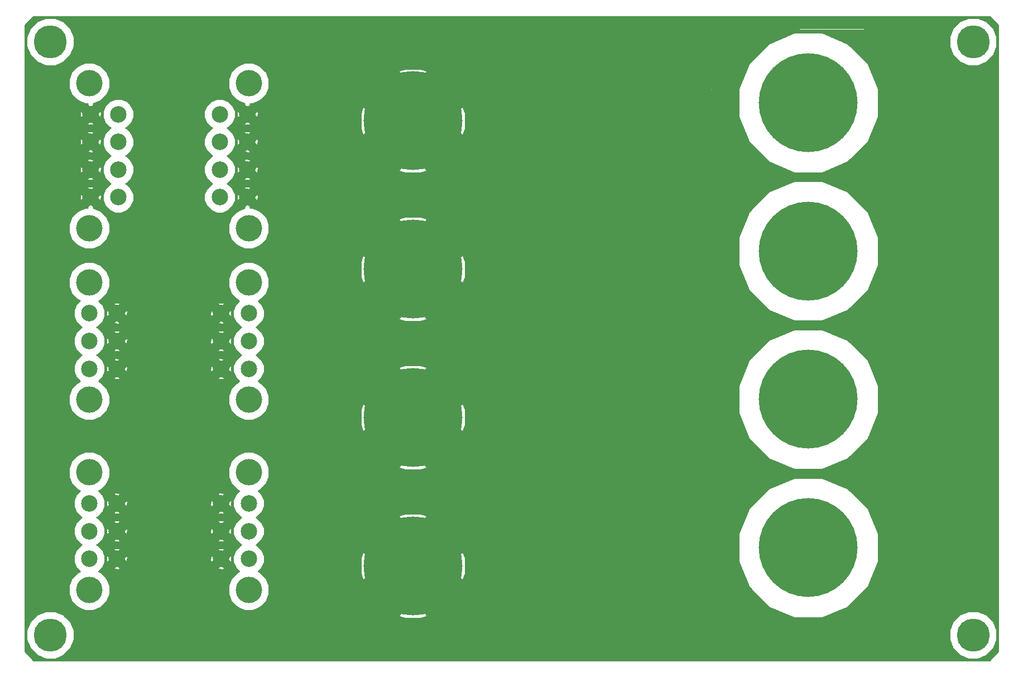
<source format=gbr>
G04 #@! TF.GenerationSoftware,KiCad,Pcbnew,(5.0.1)-3*
G04 #@! TF.CreationDate,2019-04-10T15:36:06+02:00*
G04 #@! TF.ProjectId,discovery,646973636F766572792E6B696361645F,rev?*
G04 #@! TF.SameCoordinates,PX4c4640PY8a48028*
G04 #@! TF.FileFunction,Copper,L1,Top,Signal*
G04 #@! TF.FilePolarity,Positive*
%FSLAX46Y46*%
G04 Gerber Fmt 4.6, Leading zero omitted, Abs format (unit mm)*
G04 Created by KiCad (PCBNEW (5.0.1)-3) date 10/04/2019 15:36:06*
%MOMM*%
%LPD*%
G01*
G04 APERTURE LIST*
G04 #@! TA.AperFunction,WasherPad*
%ADD10C,4.000000*%
G04 #@! TD*
G04 #@! TA.AperFunction,ComponentPad*
%ADD11C,2.500000*%
G04 #@! TD*
G04 #@! TA.AperFunction,ComponentPad*
%ADD12C,5.000000*%
G04 #@! TD*
G04 #@! TA.AperFunction,ComponentPad*
%ADD13C,15.000000*%
G04 #@! TD*
G04 #@! TA.AperFunction,Conductor*
%ADD14C,0.254000*%
G04 #@! TD*
G04 APERTURE END LIST*
D10*
G04 #@! TO.P,J2,*
G04 #@! TO.N,*
X30101280Y53498440D03*
X30101280Y35698440D03*
D11*
G04 #@! TO.P,J2,1*
G04 #@! TO.N,+12V*
X25901280Y40398440D03*
G04 #@! TO.P,J2,2*
X25901280Y44598440D03*
G04 #@! TO.P,J2,3*
X25901280Y48798440D03*
G04 #@! TO.P,J2,4*
G04 #@! TO.N,GND*
X30101280Y40398440D03*
G04 #@! TO.P,J2,5*
X30101280Y44598440D03*
G04 #@! TO.P,J2,6*
X30101280Y48798440D03*
G04 #@! TD*
G04 #@! TO.P,J4,6*
G04 #@! TO.N,GND*
X5901280Y40398440D03*
G04 #@! TO.P,J4,5*
X5901280Y44598440D03*
G04 #@! TO.P,J4,4*
X5901280Y48798440D03*
G04 #@! TO.P,J4,3*
G04 #@! TO.N,+12V*
X10101280Y40398440D03*
G04 #@! TO.P,J4,2*
X10101280Y44598440D03*
G04 #@! TO.P,J4,1*
X10101280Y48798440D03*
D10*
G04 #@! TO.P,J4,*
G04 #@! TO.N,*
X5901280Y53498440D03*
X5901280Y35698440D03*
G04 #@! TD*
G04 #@! TO.P,J5,*
G04 #@! TO.N,*
X5901280Y6865840D03*
X5901280Y24665840D03*
D11*
G04 #@! TO.P,J5,1*
G04 #@! TO.N,+12V*
X10101280Y19965840D03*
G04 #@! TO.P,J5,2*
X10101280Y15765840D03*
G04 #@! TO.P,J5,3*
X10101280Y11565840D03*
G04 #@! TO.P,J5,4*
G04 #@! TO.N,GND*
X5901280Y19965840D03*
G04 #@! TO.P,J5,5*
X5901280Y15765840D03*
G04 #@! TO.P,J5,6*
X5901280Y11565840D03*
G04 #@! TD*
G04 #@! TO.P,J6,6*
G04 #@! TO.N,GND*
X30101280Y19965840D03*
G04 #@! TO.P,J6,5*
X30101280Y15765840D03*
G04 #@! TO.P,J6,4*
X30101280Y11565840D03*
G04 #@! TO.P,J6,3*
G04 #@! TO.N,+12V*
X25901280Y19965840D03*
G04 #@! TO.P,J6,2*
X25901280Y15765840D03*
G04 #@! TO.P,J6,1*
X25901280Y11565840D03*
D10*
G04 #@! TO.P,J6,*
G04 #@! TO.N,*
X30101280Y6865840D03*
X30101280Y24665840D03*
G04 #@! TD*
D11*
G04 #@! TO.P,J1,8*
G04 #@! TO.N,+12V*
X6101280Y66398440D03*
G04 #@! TO.P,J1,7*
X6101280Y70598440D03*
G04 #@! TO.P,J1,6*
X6101280Y74798440D03*
G04 #@! TO.P,J1,5*
X6101280Y78998440D03*
G04 #@! TO.P,J1,4*
G04 #@! TO.N,GND*
X10301280Y66398440D03*
G04 #@! TO.P,J1,3*
X10301280Y70598440D03*
G04 #@! TO.P,J1,2*
X10301280Y74798440D03*
G04 #@! TO.P,J1,1*
X10301280Y78998440D03*
D10*
G04 #@! TO.P,J1,*
G04 #@! TO.N,*
X5901280Y83698440D03*
X5901280Y61698440D03*
G04 #@! TD*
G04 #@! TO.P,J3,*
G04 #@! TO.N,*
X30101280Y83698440D03*
X30101280Y61698440D03*
D11*
G04 #@! TO.P,J3,1*
G04 #@! TO.N,GND*
X25701280Y66398440D03*
G04 #@! TO.P,J3,2*
X25701280Y70598440D03*
G04 #@! TO.P,J3,3*
X25701280Y74798440D03*
G04 #@! TO.P,J3,4*
X25701280Y78998440D03*
G04 #@! TO.P,J3,5*
G04 #@! TO.N,+12V*
X29901280Y66398440D03*
G04 #@! TO.P,J3,6*
X29901280Y70598440D03*
G04 #@! TO.P,J3,7*
X29901280Y74798440D03*
G04 #@! TO.P,J3,8*
X29901280Y78998440D03*
G04 #@! TD*
D12*
G04 #@! TO.P,W1,1*
G04 #@! TO.N,GND*
X140001280Y-1560D03*
G04 #@! TD*
G04 #@! TO.P,W2,1*
G04 #@! TO.N,GND*
X1280Y89998440D03*
G04 #@! TD*
G04 #@! TO.P,W3,1*
G04 #@! TO.N,GND*
X140001280Y89998440D03*
G04 #@! TD*
G04 #@! TO.P,W4,1*
G04 #@! TO.N,GND*
X1280Y-1560D03*
G04 #@! TD*
D13*
G04 #@! TO.P,W5,1*
G04 #@! TO.N,+12V*
X55001280Y77998440D03*
G04 #@! TD*
G04 #@! TO.P,W6,1*
G04 #@! TO.N,+12V*
X55001280Y55498440D03*
G04 #@! TD*
G04 #@! TO.P,W7,1*
G04 #@! TO.N,+12V*
X55001280Y32998440D03*
G04 #@! TD*
G04 #@! TO.P,W8,1*
G04 #@! TO.N,+12V*
X55001280Y10498440D03*
G04 #@! TD*
G04 #@! TO.P,W9,1*
G04 #@! TO.N,GND*
X115001280Y80748440D03*
G04 #@! TD*
G04 #@! TO.P,W10,1*
G04 #@! TO.N,GND*
X115001280Y58248440D03*
G04 #@! TD*
G04 #@! TO.P,W11,1*
G04 #@! TO.N,GND*
X115001280Y13248440D03*
G04 #@! TD*
G04 #@! TO.P,W12,1*
G04 #@! TO.N,GND*
X115001280Y35748440D03*
G04 #@! TD*
D14*
G04 #@! TO.N,+12V*
G36*
X143799280Y92500555D02*
X143799281Y-2503674D01*
X142503396Y-3799560D01*
X-2500835Y-3799560D01*
X-3796720Y-2503676D01*
X-3796720Y719895D01*
X-3625720Y719895D01*
X-3625720Y-723015D01*
X-3073542Y-2056090D01*
X-2053250Y-3076382D01*
X-720175Y-3628560D01*
X722735Y-3628560D01*
X2055810Y-3076382D01*
X3076102Y-2056090D01*
X3628280Y-723015D01*
X3628280Y719895D01*
X136374280Y719895D01*
X136374280Y-723015D01*
X136926458Y-2056090D01*
X137946750Y-3076382D01*
X139279825Y-3628560D01*
X140722735Y-3628560D01*
X142055810Y-3076382D01*
X143076102Y-2056090D01*
X143628280Y-723015D01*
X143628280Y719895D01*
X143076102Y2052970D01*
X142055810Y3073262D01*
X140722735Y3625440D01*
X139279825Y3625440D01*
X137946750Y3073262D01*
X136926458Y2052970D01*
X136374280Y719895D01*
X3628280Y719895D01*
X3076102Y2052970D01*
X2231811Y2897261D01*
X52703401Y2897261D01*
X53857205Y2543875D01*
X56145355Y2543875D01*
X57299159Y2897261D01*
X55001280Y5195139D01*
X52703401Y2897261D01*
X2231811Y2897261D01*
X2055810Y3073262D01*
X722735Y3625440D01*
X-720175Y3625440D01*
X-2053250Y3073262D01*
X-3073542Y2052970D01*
X-3625720Y719895D01*
X-3796720Y719895D01*
X-3796720Y25287839D01*
X2774280Y25287839D01*
X2774280Y24043841D01*
X3250337Y22894537D01*
X4129977Y22014897D01*
X4454380Y21880525D01*
X3886157Y21312302D01*
X3524280Y20438655D01*
X3524280Y19493025D01*
X3886157Y18619378D01*
X4554818Y17950717D01*
X4759729Y17865840D01*
X4554818Y17780963D01*
X3886157Y17112302D01*
X3524280Y16238655D01*
X3524280Y15293025D01*
X3886157Y14419378D01*
X4554818Y13750717D01*
X4759729Y13665840D01*
X4554818Y13580963D01*
X3886157Y12912302D01*
X3524280Y12038655D01*
X3524280Y11093025D01*
X3886157Y10219378D01*
X4454380Y9651155D01*
X4129977Y9516783D01*
X3250337Y8637143D01*
X2774280Y7487839D01*
X2774280Y6243841D01*
X3250337Y5094537D01*
X4129977Y4214897D01*
X5279281Y3738840D01*
X6523279Y3738840D01*
X7672583Y4214897D01*
X8552223Y5094537D01*
X9028280Y6243841D01*
X9028280Y7487839D01*
X8552223Y8637143D01*
X7672583Y9516783D01*
X7348180Y9651155D01*
X7803701Y10106676D01*
X9525999Y10106676D01*
X9700471Y9950861D01*
X10349006Y9920411D01*
X10502089Y9950861D01*
X10676561Y10106676D01*
X25325999Y10106676D01*
X25500471Y9950861D01*
X26149006Y9920411D01*
X26302089Y9950861D01*
X26476561Y10106676D01*
X25901280Y10681957D01*
X25325999Y10106676D01*
X10676561Y10106676D01*
X10101280Y10681957D01*
X9525999Y10106676D01*
X7803701Y10106676D01*
X7916403Y10219378D01*
X8278280Y11093025D01*
X8278280Y11318114D01*
X8455851Y11318114D01*
X8486301Y11165031D01*
X8642116Y10990559D01*
X9217397Y11565840D01*
X10985163Y11565840D01*
X11560444Y10990559D01*
X11716259Y11165031D01*
X11723446Y11318114D01*
X24255851Y11318114D01*
X24286301Y11165031D01*
X24442116Y10990559D01*
X25017397Y11565840D01*
X26785163Y11565840D01*
X27360444Y10990559D01*
X27516259Y11165031D01*
X27546709Y11813566D01*
X27516259Y11966649D01*
X27360444Y12141121D01*
X26785163Y11565840D01*
X25017397Y11565840D01*
X24442116Y12141121D01*
X24286301Y11966649D01*
X24255851Y11318114D01*
X11723446Y11318114D01*
X11746709Y11813566D01*
X11716259Y11966649D01*
X11560444Y12141121D01*
X10985163Y11565840D01*
X9217397Y11565840D01*
X8642116Y12141121D01*
X8486301Y11966649D01*
X8455851Y11318114D01*
X8278280Y11318114D01*
X8278280Y12038655D01*
X7916403Y12912302D01*
X7803701Y13025004D01*
X9525999Y13025004D01*
X10101280Y12449723D01*
X10676561Y13025004D01*
X25325999Y13025004D01*
X25901280Y12449723D01*
X26476561Y13025004D01*
X26302089Y13180819D01*
X25653554Y13211269D01*
X25500471Y13180819D01*
X25325999Y13025004D01*
X10676561Y13025004D01*
X10502089Y13180819D01*
X9853554Y13211269D01*
X9700471Y13180819D01*
X9525999Y13025004D01*
X7803701Y13025004D01*
X7247742Y13580963D01*
X7042831Y13665840D01*
X7247742Y13750717D01*
X7803701Y14306676D01*
X9525999Y14306676D01*
X9700471Y14150861D01*
X10349006Y14120411D01*
X10502089Y14150861D01*
X10676561Y14306676D01*
X25325999Y14306676D01*
X25500471Y14150861D01*
X26149006Y14120411D01*
X26302089Y14150861D01*
X26476561Y14306676D01*
X25901280Y14881957D01*
X25325999Y14306676D01*
X10676561Y14306676D01*
X10101280Y14881957D01*
X9525999Y14306676D01*
X7803701Y14306676D01*
X7916403Y14419378D01*
X8278280Y15293025D01*
X8278280Y15518114D01*
X8455851Y15518114D01*
X8486301Y15365031D01*
X8642116Y15190559D01*
X9217397Y15765840D01*
X10985163Y15765840D01*
X11560444Y15190559D01*
X11716259Y15365031D01*
X11723446Y15518114D01*
X24255851Y15518114D01*
X24286301Y15365031D01*
X24442116Y15190559D01*
X25017397Y15765840D01*
X26785163Y15765840D01*
X27360444Y15190559D01*
X27516259Y15365031D01*
X27546709Y16013566D01*
X27516259Y16166649D01*
X27360444Y16341121D01*
X26785163Y15765840D01*
X25017397Y15765840D01*
X24442116Y16341121D01*
X24286301Y16166649D01*
X24255851Y15518114D01*
X11723446Y15518114D01*
X11746709Y16013566D01*
X11716259Y16166649D01*
X11560444Y16341121D01*
X10985163Y15765840D01*
X9217397Y15765840D01*
X8642116Y16341121D01*
X8486301Y16166649D01*
X8455851Y15518114D01*
X8278280Y15518114D01*
X8278280Y16238655D01*
X7916403Y17112302D01*
X7803701Y17225004D01*
X9525999Y17225004D01*
X10101280Y16649723D01*
X10676561Y17225004D01*
X25325999Y17225004D01*
X25901280Y16649723D01*
X26476561Y17225004D01*
X26302089Y17380819D01*
X25653554Y17411269D01*
X25500471Y17380819D01*
X25325999Y17225004D01*
X10676561Y17225004D01*
X10502089Y17380819D01*
X9853554Y17411269D01*
X9700471Y17380819D01*
X9525999Y17225004D01*
X7803701Y17225004D01*
X7247742Y17780963D01*
X7042831Y17865840D01*
X7247742Y17950717D01*
X7803701Y18506676D01*
X9525999Y18506676D01*
X9700471Y18350861D01*
X10349006Y18320411D01*
X10502089Y18350861D01*
X10676561Y18506676D01*
X25325999Y18506676D01*
X25500471Y18350861D01*
X26149006Y18320411D01*
X26302089Y18350861D01*
X26476561Y18506676D01*
X25901280Y19081957D01*
X25325999Y18506676D01*
X10676561Y18506676D01*
X10101280Y19081957D01*
X9525999Y18506676D01*
X7803701Y18506676D01*
X7916403Y18619378D01*
X8278280Y19493025D01*
X8278280Y19718114D01*
X8455851Y19718114D01*
X8486301Y19565031D01*
X8642116Y19390559D01*
X9217397Y19965840D01*
X10985163Y19965840D01*
X11560444Y19390559D01*
X11716259Y19565031D01*
X11723446Y19718114D01*
X24255851Y19718114D01*
X24286301Y19565031D01*
X24442116Y19390559D01*
X25017397Y19965840D01*
X26785163Y19965840D01*
X27360444Y19390559D01*
X27516259Y19565031D01*
X27546709Y20213566D01*
X27516259Y20366649D01*
X27360444Y20541121D01*
X26785163Y19965840D01*
X25017397Y19965840D01*
X24442116Y20541121D01*
X24286301Y20366649D01*
X24255851Y19718114D01*
X11723446Y19718114D01*
X11746709Y20213566D01*
X11716259Y20366649D01*
X11560444Y20541121D01*
X10985163Y19965840D01*
X9217397Y19965840D01*
X8642116Y20541121D01*
X8486301Y20366649D01*
X8455851Y19718114D01*
X8278280Y19718114D01*
X8278280Y20438655D01*
X7916403Y21312302D01*
X7803701Y21425004D01*
X9525999Y21425004D01*
X10101280Y20849723D01*
X10676561Y21425004D01*
X25325999Y21425004D01*
X25901280Y20849723D01*
X26476561Y21425004D01*
X26302089Y21580819D01*
X25653554Y21611269D01*
X25500471Y21580819D01*
X25325999Y21425004D01*
X10676561Y21425004D01*
X10502089Y21580819D01*
X9853554Y21611269D01*
X9700471Y21580819D01*
X9525999Y21425004D01*
X7803701Y21425004D01*
X7348180Y21880525D01*
X7672583Y22014897D01*
X8552223Y22894537D01*
X9028280Y24043841D01*
X9028280Y25287839D01*
X26974280Y25287839D01*
X26974280Y24043841D01*
X27450337Y22894537D01*
X28329977Y22014897D01*
X28654380Y21880525D01*
X28086157Y21312302D01*
X27724280Y20438655D01*
X27724280Y19493025D01*
X28086157Y18619378D01*
X28754818Y17950717D01*
X28959729Y17865840D01*
X28754818Y17780963D01*
X28086157Y17112302D01*
X27724280Y16238655D01*
X27724280Y15293025D01*
X28086157Y14419378D01*
X28754818Y13750717D01*
X28959729Y13665840D01*
X28754818Y13580963D01*
X28086157Y12912302D01*
X27724280Y12038655D01*
X27724280Y11093025D01*
X28086157Y10219378D01*
X28654380Y9651155D01*
X28329977Y9516783D01*
X27450337Y8637143D01*
X26974280Y7487839D01*
X26974280Y6243841D01*
X27450337Y5094537D01*
X28329977Y4214897D01*
X29479281Y3738840D01*
X30723279Y3738840D01*
X31872583Y4214897D01*
X32752223Y5094537D01*
X33228280Y6243841D01*
X33228280Y7487839D01*
X32752223Y8637143D01*
X31872583Y9516783D01*
X31548180Y9651155D01*
X32116403Y10219378D01*
X32478280Y11093025D01*
X32478280Y11642515D01*
X47046715Y11642515D01*
X47046715Y9354365D01*
X47400101Y8200561D01*
X49697979Y10498440D01*
X60304581Y10498440D01*
X62602459Y8200561D01*
X62955845Y9354365D01*
X62955845Y11642515D01*
X62602459Y12796319D01*
X60304581Y10498440D01*
X49697979Y10498440D01*
X47400101Y12796319D01*
X47046715Y11642515D01*
X32478280Y11642515D01*
X32478280Y12038655D01*
X32116403Y12912302D01*
X31447742Y13580963D01*
X31242831Y13665840D01*
X31447742Y13750717D01*
X32116403Y14419378D01*
X32478280Y15293025D01*
X32478280Y16238655D01*
X32116403Y17112302D01*
X31447742Y17780963D01*
X31242831Y17865840D01*
X31447742Y17950717D01*
X31596644Y18099619D01*
X52703401Y18099619D01*
X55001280Y15801741D01*
X57299159Y18099619D01*
X56145355Y18453005D01*
X53857205Y18453005D01*
X52703401Y18099619D01*
X31596644Y18099619D01*
X32116403Y18619378D01*
X32478280Y19493025D01*
X32478280Y20438655D01*
X32116403Y21312302D01*
X31548180Y21880525D01*
X31872583Y22014897D01*
X32752223Y22894537D01*
X33228280Y24043841D01*
X33228280Y25287839D01*
X33182956Y25397261D01*
X52703401Y25397261D01*
X53857205Y25043875D01*
X56145355Y25043875D01*
X57299159Y25397261D01*
X55001280Y27695139D01*
X52703401Y25397261D01*
X33182956Y25397261D01*
X32752223Y26437143D01*
X31872583Y27316783D01*
X30723279Y27792840D01*
X29479281Y27792840D01*
X28329977Y27316783D01*
X27450337Y26437143D01*
X26974280Y25287839D01*
X9028280Y25287839D01*
X8552223Y26437143D01*
X7672583Y27316783D01*
X6523279Y27792840D01*
X5279281Y27792840D01*
X4129977Y27316783D01*
X3250337Y26437143D01*
X2774280Y25287839D01*
X-3796720Y25287839D01*
X-3796720Y54120439D01*
X2774280Y54120439D01*
X2774280Y52876441D01*
X3250337Y51727137D01*
X4129977Y50847497D01*
X4454380Y50713125D01*
X3886157Y50144902D01*
X3524280Y49271255D01*
X3524280Y48325625D01*
X3886157Y47451978D01*
X4554818Y46783317D01*
X4759729Y46698440D01*
X4554818Y46613563D01*
X3886157Y45944902D01*
X3524280Y45071255D01*
X3524280Y44125625D01*
X3886157Y43251978D01*
X4554818Y42583317D01*
X4759729Y42498440D01*
X4554818Y42413563D01*
X3886157Y41744902D01*
X3524280Y40871255D01*
X3524280Y39925625D01*
X3886157Y39051978D01*
X4454380Y38483755D01*
X4129977Y38349383D01*
X3250337Y37469743D01*
X2774280Y36320439D01*
X2774280Y35076441D01*
X3250337Y33927137D01*
X4129977Y33047497D01*
X5279281Y32571440D01*
X6523279Y32571440D01*
X7672583Y33047497D01*
X8552223Y33927137D01*
X9028280Y35076441D01*
X9028280Y36320439D01*
X8552223Y37469743D01*
X7672583Y38349383D01*
X7348180Y38483755D01*
X7803701Y38939276D01*
X9525999Y38939276D01*
X9700471Y38783461D01*
X10349006Y38753011D01*
X10502089Y38783461D01*
X10676561Y38939276D01*
X25325999Y38939276D01*
X25500471Y38783461D01*
X26149006Y38753011D01*
X26302089Y38783461D01*
X26476561Y38939276D01*
X25901280Y39514557D01*
X25325999Y38939276D01*
X10676561Y38939276D01*
X10101280Y39514557D01*
X9525999Y38939276D01*
X7803701Y38939276D01*
X7916403Y39051978D01*
X8278280Y39925625D01*
X8278280Y40150714D01*
X8455851Y40150714D01*
X8486301Y39997631D01*
X8642116Y39823159D01*
X9217397Y40398440D01*
X10985163Y40398440D01*
X11560444Y39823159D01*
X11716259Y39997631D01*
X11723446Y40150714D01*
X24255851Y40150714D01*
X24286301Y39997631D01*
X24442116Y39823159D01*
X25017397Y40398440D01*
X26785163Y40398440D01*
X27360444Y39823159D01*
X27516259Y39997631D01*
X27546709Y40646166D01*
X27516259Y40799249D01*
X27360444Y40973721D01*
X26785163Y40398440D01*
X25017397Y40398440D01*
X24442116Y40973721D01*
X24286301Y40799249D01*
X24255851Y40150714D01*
X11723446Y40150714D01*
X11746709Y40646166D01*
X11716259Y40799249D01*
X11560444Y40973721D01*
X10985163Y40398440D01*
X9217397Y40398440D01*
X8642116Y40973721D01*
X8486301Y40799249D01*
X8455851Y40150714D01*
X8278280Y40150714D01*
X8278280Y40871255D01*
X7916403Y41744902D01*
X7803701Y41857604D01*
X9525999Y41857604D01*
X10101280Y41282323D01*
X10676561Y41857604D01*
X25325999Y41857604D01*
X25901280Y41282323D01*
X26476561Y41857604D01*
X26302089Y42013419D01*
X25653554Y42043869D01*
X25500471Y42013419D01*
X25325999Y41857604D01*
X10676561Y41857604D01*
X10502089Y42013419D01*
X9853554Y42043869D01*
X9700471Y42013419D01*
X9525999Y41857604D01*
X7803701Y41857604D01*
X7247742Y42413563D01*
X7042831Y42498440D01*
X7247742Y42583317D01*
X7803701Y43139276D01*
X9525999Y43139276D01*
X9700471Y42983461D01*
X10349006Y42953011D01*
X10502089Y42983461D01*
X10676561Y43139276D01*
X25325999Y43139276D01*
X25500471Y42983461D01*
X26149006Y42953011D01*
X26302089Y42983461D01*
X26476561Y43139276D01*
X25901280Y43714557D01*
X25325999Y43139276D01*
X10676561Y43139276D01*
X10101280Y43714557D01*
X9525999Y43139276D01*
X7803701Y43139276D01*
X7916403Y43251978D01*
X8278280Y44125625D01*
X8278280Y44350714D01*
X8455851Y44350714D01*
X8486301Y44197631D01*
X8642116Y44023159D01*
X9217397Y44598440D01*
X10985163Y44598440D01*
X11560444Y44023159D01*
X11716259Y44197631D01*
X11723446Y44350714D01*
X24255851Y44350714D01*
X24286301Y44197631D01*
X24442116Y44023159D01*
X25017397Y44598440D01*
X26785163Y44598440D01*
X27360444Y44023159D01*
X27516259Y44197631D01*
X27546709Y44846166D01*
X27516259Y44999249D01*
X27360444Y45173721D01*
X26785163Y44598440D01*
X25017397Y44598440D01*
X24442116Y45173721D01*
X24286301Y44999249D01*
X24255851Y44350714D01*
X11723446Y44350714D01*
X11746709Y44846166D01*
X11716259Y44999249D01*
X11560444Y45173721D01*
X10985163Y44598440D01*
X9217397Y44598440D01*
X8642116Y45173721D01*
X8486301Y44999249D01*
X8455851Y44350714D01*
X8278280Y44350714D01*
X8278280Y45071255D01*
X7916403Y45944902D01*
X7803701Y46057604D01*
X9525999Y46057604D01*
X10101280Y45482323D01*
X10676561Y46057604D01*
X25325999Y46057604D01*
X25901280Y45482323D01*
X26476561Y46057604D01*
X26302089Y46213419D01*
X25653554Y46243869D01*
X25500471Y46213419D01*
X25325999Y46057604D01*
X10676561Y46057604D01*
X10502089Y46213419D01*
X9853554Y46243869D01*
X9700471Y46213419D01*
X9525999Y46057604D01*
X7803701Y46057604D01*
X7247742Y46613563D01*
X7042831Y46698440D01*
X7247742Y46783317D01*
X7803701Y47339276D01*
X9525999Y47339276D01*
X9700471Y47183461D01*
X10349006Y47153011D01*
X10502089Y47183461D01*
X10676561Y47339276D01*
X25325999Y47339276D01*
X25500471Y47183461D01*
X26149006Y47153011D01*
X26302089Y47183461D01*
X26476561Y47339276D01*
X25901280Y47914557D01*
X25325999Y47339276D01*
X10676561Y47339276D01*
X10101280Y47914557D01*
X9525999Y47339276D01*
X7803701Y47339276D01*
X7916403Y47451978D01*
X8278280Y48325625D01*
X8278280Y48550714D01*
X8455851Y48550714D01*
X8486301Y48397631D01*
X8642116Y48223159D01*
X9217397Y48798440D01*
X10985163Y48798440D01*
X11560444Y48223159D01*
X11716259Y48397631D01*
X11723446Y48550714D01*
X24255851Y48550714D01*
X24286301Y48397631D01*
X24442116Y48223159D01*
X25017397Y48798440D01*
X26785163Y48798440D01*
X27360444Y48223159D01*
X27516259Y48397631D01*
X27546709Y49046166D01*
X27516259Y49199249D01*
X27360444Y49373721D01*
X26785163Y48798440D01*
X25017397Y48798440D01*
X24442116Y49373721D01*
X24286301Y49199249D01*
X24255851Y48550714D01*
X11723446Y48550714D01*
X11746709Y49046166D01*
X11716259Y49199249D01*
X11560444Y49373721D01*
X10985163Y48798440D01*
X9217397Y48798440D01*
X8642116Y49373721D01*
X8486301Y49199249D01*
X8455851Y48550714D01*
X8278280Y48550714D01*
X8278280Y49271255D01*
X7916403Y50144902D01*
X7803701Y50257604D01*
X9525999Y50257604D01*
X10101280Y49682323D01*
X10676561Y50257604D01*
X25325999Y50257604D01*
X25901280Y49682323D01*
X26476561Y50257604D01*
X26302089Y50413419D01*
X25653554Y50443869D01*
X25500471Y50413419D01*
X25325999Y50257604D01*
X10676561Y50257604D01*
X10502089Y50413419D01*
X9853554Y50443869D01*
X9700471Y50413419D01*
X9525999Y50257604D01*
X7803701Y50257604D01*
X7348180Y50713125D01*
X7672583Y50847497D01*
X8552223Y51727137D01*
X9028280Y52876441D01*
X9028280Y54120439D01*
X26974280Y54120439D01*
X26974280Y52876441D01*
X27450337Y51727137D01*
X28329977Y50847497D01*
X28654380Y50713125D01*
X28086157Y50144902D01*
X27724280Y49271255D01*
X27724280Y48325625D01*
X28086157Y47451978D01*
X28754818Y46783317D01*
X28959729Y46698440D01*
X28754818Y46613563D01*
X28086157Y45944902D01*
X27724280Y45071255D01*
X27724280Y44125625D01*
X28086157Y43251978D01*
X28754818Y42583317D01*
X28959729Y42498440D01*
X28754818Y42413563D01*
X28086157Y41744902D01*
X27724280Y40871255D01*
X27724280Y39925625D01*
X28086157Y39051978D01*
X28654380Y38483755D01*
X28329977Y38349383D01*
X27450337Y37469743D01*
X26974280Y36320439D01*
X26974280Y35076441D01*
X27450337Y33927137D01*
X28329977Y33047497D01*
X29479281Y32571440D01*
X30723279Y32571440D01*
X31872583Y33047497D01*
X32752223Y33927137D01*
X32841435Y34142515D01*
X47046715Y34142515D01*
X47046715Y31854365D01*
X47400101Y30700561D01*
X49697979Y32998440D01*
X60304581Y32998440D01*
X62602459Y30700561D01*
X62955845Y31854365D01*
X62955845Y34142515D01*
X62602459Y35296319D01*
X60304581Y32998440D01*
X49697979Y32998440D01*
X47400101Y35296319D01*
X47046715Y34142515D01*
X32841435Y34142515D01*
X33228280Y35076441D01*
X33228280Y36320439D01*
X32752223Y37469743D01*
X31872583Y38349383D01*
X31548180Y38483755D01*
X32116403Y39051978D01*
X32478280Y39925625D01*
X32478280Y40599619D01*
X52703401Y40599619D01*
X55001280Y38301741D01*
X57299159Y40599619D01*
X56145355Y40953005D01*
X53857205Y40953005D01*
X52703401Y40599619D01*
X32478280Y40599619D01*
X32478280Y40871255D01*
X32116403Y41744902D01*
X31447742Y42413563D01*
X31242831Y42498440D01*
X31447742Y42583317D01*
X32116403Y43251978D01*
X32478280Y44125625D01*
X32478280Y45071255D01*
X32116403Y45944902D01*
X31447742Y46613563D01*
X31242831Y46698440D01*
X31447742Y46783317D01*
X32116403Y47451978D01*
X32300845Y47897261D01*
X52703401Y47897261D01*
X53857205Y47543875D01*
X56145355Y47543875D01*
X57299159Y47897261D01*
X55001280Y50195139D01*
X52703401Y47897261D01*
X32300845Y47897261D01*
X32478280Y48325625D01*
X32478280Y49271255D01*
X32116403Y50144902D01*
X31548180Y50713125D01*
X31872583Y50847497D01*
X32752223Y51727137D01*
X33228280Y52876441D01*
X33228280Y54120439D01*
X32752223Y55269743D01*
X31872583Y56149383D01*
X30723279Y56625440D01*
X29479281Y56625440D01*
X28329977Y56149383D01*
X27450337Y55269743D01*
X26974280Y54120439D01*
X9028280Y54120439D01*
X8552223Y55269743D01*
X7672583Y56149383D01*
X6523279Y56625440D01*
X5279281Y56625440D01*
X4129977Y56149383D01*
X3250337Y55269743D01*
X2774280Y54120439D01*
X-3796720Y54120439D01*
X-3796720Y56642515D01*
X47046715Y56642515D01*
X47046715Y54354365D01*
X47400101Y53200561D01*
X49697979Y55498440D01*
X60304581Y55498440D01*
X62602459Y53200561D01*
X62955845Y54354365D01*
X62955845Y56642515D01*
X62602459Y57796319D01*
X60304581Y55498440D01*
X49697979Y55498440D01*
X47400101Y57796319D01*
X47046715Y56642515D01*
X-3796720Y56642515D01*
X-3796720Y62320439D01*
X2774280Y62320439D01*
X2774280Y61076441D01*
X3250337Y59927137D01*
X4129977Y59047497D01*
X5279281Y58571440D01*
X6523279Y58571440D01*
X7672583Y59047497D01*
X8552223Y59927137D01*
X9028280Y61076441D01*
X9028280Y62320439D01*
X26974280Y62320439D01*
X26974280Y61076441D01*
X27450337Y59927137D01*
X28329977Y59047497D01*
X29479281Y58571440D01*
X30723279Y58571440D01*
X31872583Y59047497D01*
X32752223Y59927137D01*
X33228280Y61076441D01*
X33228280Y62320439D01*
X32905534Y63099619D01*
X52703401Y63099619D01*
X55001280Y60801741D01*
X57299159Y63099619D01*
X56145355Y63453005D01*
X53857205Y63453005D01*
X52703401Y63099619D01*
X32905534Y63099619D01*
X32752223Y63469743D01*
X31872583Y64349383D01*
X30723279Y64825440D01*
X30349094Y64825440D01*
X30476561Y64939276D01*
X29901280Y65514557D01*
X29325999Y64939276D01*
X29461645Y64818135D01*
X28329977Y64349383D01*
X27450337Y63469743D01*
X26974280Y62320439D01*
X9028280Y62320439D01*
X8552223Y63469743D01*
X7672583Y64349383D01*
X6540915Y64818135D01*
X6676561Y64939276D01*
X6101280Y65514557D01*
X5525999Y64939276D01*
X5653466Y64825440D01*
X5279281Y64825440D01*
X4129977Y64349383D01*
X3250337Y63469743D01*
X2774280Y62320439D01*
X-3796720Y62320439D01*
X-3796720Y66150714D01*
X4455851Y66150714D01*
X4486301Y65997631D01*
X4642116Y65823159D01*
X5217397Y66398440D01*
X6985163Y66398440D01*
X7560444Y65823159D01*
X7716259Y65997631D01*
X7746709Y66646166D01*
X7716259Y66799249D01*
X7560444Y66973721D01*
X6985163Y66398440D01*
X5217397Y66398440D01*
X4642116Y66973721D01*
X4486301Y66799249D01*
X4455851Y66150714D01*
X-3796720Y66150714D01*
X-3796720Y67857604D01*
X5525999Y67857604D01*
X6101280Y67282323D01*
X6676561Y67857604D01*
X6502089Y68013419D01*
X5853554Y68043869D01*
X5700471Y68013419D01*
X5525999Y67857604D01*
X-3796720Y67857604D01*
X-3796720Y69139276D01*
X5525999Y69139276D01*
X5700471Y68983461D01*
X6349006Y68953011D01*
X6502089Y68983461D01*
X6676561Y69139276D01*
X6101280Y69714557D01*
X5525999Y69139276D01*
X-3796720Y69139276D01*
X-3796720Y70350714D01*
X4455851Y70350714D01*
X4486301Y70197631D01*
X4642116Y70023159D01*
X5217397Y70598440D01*
X6985163Y70598440D01*
X7560444Y70023159D01*
X7716259Y70197631D01*
X7746709Y70846166D01*
X7716259Y70999249D01*
X7560444Y71173721D01*
X6985163Y70598440D01*
X5217397Y70598440D01*
X4642116Y71173721D01*
X4486301Y70999249D01*
X4455851Y70350714D01*
X-3796720Y70350714D01*
X-3796720Y72057604D01*
X5525999Y72057604D01*
X6101280Y71482323D01*
X6676561Y72057604D01*
X6502089Y72213419D01*
X5853554Y72243869D01*
X5700471Y72213419D01*
X5525999Y72057604D01*
X-3796720Y72057604D01*
X-3796720Y73339276D01*
X5525999Y73339276D01*
X5700471Y73183461D01*
X6349006Y73153011D01*
X6502089Y73183461D01*
X6676561Y73339276D01*
X6101280Y73914557D01*
X5525999Y73339276D01*
X-3796720Y73339276D01*
X-3796720Y74550714D01*
X4455851Y74550714D01*
X4486301Y74397631D01*
X4642116Y74223159D01*
X5217397Y74798440D01*
X6985163Y74798440D01*
X7560444Y74223159D01*
X7716259Y74397631D01*
X7746709Y75046166D01*
X7716259Y75199249D01*
X7560444Y75373721D01*
X6985163Y74798440D01*
X5217397Y74798440D01*
X4642116Y75373721D01*
X4486301Y75199249D01*
X4455851Y74550714D01*
X-3796720Y74550714D01*
X-3796720Y76257604D01*
X5525999Y76257604D01*
X6101280Y75682323D01*
X6676561Y76257604D01*
X6502089Y76413419D01*
X5853554Y76443869D01*
X5700471Y76413419D01*
X5525999Y76257604D01*
X-3796720Y76257604D01*
X-3796720Y77539276D01*
X5525999Y77539276D01*
X5700471Y77383461D01*
X6349006Y77353011D01*
X6502089Y77383461D01*
X6676561Y77539276D01*
X6101280Y78114557D01*
X5525999Y77539276D01*
X-3796720Y77539276D01*
X-3796720Y78750714D01*
X4455851Y78750714D01*
X4486301Y78597631D01*
X4642116Y78423159D01*
X5217397Y78998440D01*
X6985163Y78998440D01*
X7560444Y78423159D01*
X7716259Y78597631D01*
X7746709Y79246166D01*
X7716259Y79399249D01*
X7651953Y79471255D01*
X7924280Y79471255D01*
X7924280Y78525625D01*
X8286157Y77651978D01*
X8954818Y76983317D01*
X9159729Y76898440D01*
X8954818Y76813563D01*
X8286157Y76144902D01*
X7924280Y75271255D01*
X7924280Y74325625D01*
X8286157Y73451978D01*
X8954818Y72783317D01*
X9159729Y72698440D01*
X8954818Y72613563D01*
X8286157Y71944902D01*
X7924280Y71071255D01*
X7924280Y70125625D01*
X8286157Y69251978D01*
X8954818Y68583317D01*
X9159729Y68498440D01*
X8954818Y68413563D01*
X8286157Y67744902D01*
X7924280Y66871255D01*
X7924280Y65925625D01*
X8286157Y65051978D01*
X8954818Y64383317D01*
X9828465Y64021440D01*
X10774095Y64021440D01*
X11647742Y64383317D01*
X12316403Y65051978D01*
X12678280Y65925625D01*
X12678280Y66871255D01*
X12316403Y67744902D01*
X11647742Y68413563D01*
X11442831Y68498440D01*
X11647742Y68583317D01*
X12316403Y69251978D01*
X12678280Y70125625D01*
X12678280Y71071255D01*
X12316403Y71944902D01*
X11647742Y72613563D01*
X11442831Y72698440D01*
X11647742Y72783317D01*
X12316403Y73451978D01*
X12678280Y74325625D01*
X12678280Y75271255D01*
X12316403Y76144902D01*
X11647742Y76813563D01*
X11442831Y76898440D01*
X11647742Y76983317D01*
X12316403Y77651978D01*
X12678280Y78525625D01*
X12678280Y79471255D01*
X23324280Y79471255D01*
X23324280Y78525625D01*
X23686157Y77651978D01*
X24354818Y76983317D01*
X24559729Y76898440D01*
X24354818Y76813563D01*
X23686157Y76144902D01*
X23324280Y75271255D01*
X23324280Y74325625D01*
X23686157Y73451978D01*
X24354818Y72783317D01*
X24559729Y72698440D01*
X24354818Y72613563D01*
X23686157Y71944902D01*
X23324280Y71071255D01*
X23324280Y70125625D01*
X23686157Y69251978D01*
X24354818Y68583317D01*
X24559729Y68498440D01*
X24354818Y68413563D01*
X23686157Y67744902D01*
X23324280Y66871255D01*
X23324280Y65925625D01*
X23686157Y65051978D01*
X24354818Y64383317D01*
X25228465Y64021440D01*
X26174095Y64021440D01*
X27047742Y64383317D01*
X27716403Y65051978D01*
X28078280Y65925625D01*
X28078280Y66150714D01*
X28255851Y66150714D01*
X28286301Y65997631D01*
X28442116Y65823159D01*
X29017397Y66398440D01*
X30785163Y66398440D01*
X31360444Y65823159D01*
X31516259Y65997631D01*
X31546709Y66646166D01*
X31516259Y66799249D01*
X31360444Y66973721D01*
X30785163Y66398440D01*
X29017397Y66398440D01*
X28442116Y66973721D01*
X28286301Y66799249D01*
X28255851Y66150714D01*
X28078280Y66150714D01*
X28078280Y66871255D01*
X27716403Y67744902D01*
X27603701Y67857604D01*
X29325999Y67857604D01*
X29901280Y67282323D01*
X30476561Y67857604D01*
X30302089Y68013419D01*
X29653554Y68043869D01*
X29500471Y68013419D01*
X29325999Y67857604D01*
X27603701Y67857604D01*
X27047742Y68413563D01*
X26842831Y68498440D01*
X27047742Y68583317D01*
X27603701Y69139276D01*
X29325999Y69139276D01*
X29500471Y68983461D01*
X30149006Y68953011D01*
X30302089Y68983461D01*
X30476561Y69139276D01*
X29901280Y69714557D01*
X29325999Y69139276D01*
X27603701Y69139276D01*
X27716403Y69251978D01*
X28078280Y70125625D01*
X28078280Y70350714D01*
X28255851Y70350714D01*
X28286301Y70197631D01*
X28442116Y70023159D01*
X29017397Y70598440D01*
X30785163Y70598440D01*
X31360444Y70023159D01*
X31516259Y70197631D01*
X31525632Y70397261D01*
X52703401Y70397261D01*
X53857205Y70043875D01*
X56145355Y70043875D01*
X57299159Y70397261D01*
X55001280Y72695139D01*
X52703401Y70397261D01*
X31525632Y70397261D01*
X31546709Y70846166D01*
X31516259Y70999249D01*
X31360444Y71173721D01*
X30785163Y70598440D01*
X29017397Y70598440D01*
X28442116Y71173721D01*
X28286301Y70999249D01*
X28255851Y70350714D01*
X28078280Y70350714D01*
X28078280Y71071255D01*
X27716403Y71944902D01*
X27603701Y72057604D01*
X29325999Y72057604D01*
X29901280Y71482323D01*
X30476561Y72057604D01*
X30302089Y72213419D01*
X29653554Y72243869D01*
X29500471Y72213419D01*
X29325999Y72057604D01*
X27603701Y72057604D01*
X27047742Y72613563D01*
X26842831Y72698440D01*
X27047742Y72783317D01*
X27603701Y73339276D01*
X29325999Y73339276D01*
X29500471Y73183461D01*
X30149006Y73153011D01*
X30302089Y73183461D01*
X30476561Y73339276D01*
X29901280Y73914557D01*
X29325999Y73339276D01*
X27603701Y73339276D01*
X27716403Y73451978D01*
X28078280Y74325625D01*
X28078280Y74550714D01*
X28255851Y74550714D01*
X28286301Y74397631D01*
X28442116Y74223159D01*
X29017397Y74798440D01*
X30785163Y74798440D01*
X31360444Y74223159D01*
X31516259Y74397631D01*
X31546709Y75046166D01*
X31516259Y75199249D01*
X31360444Y75373721D01*
X30785163Y74798440D01*
X29017397Y74798440D01*
X28442116Y75373721D01*
X28286301Y75199249D01*
X28255851Y74550714D01*
X28078280Y74550714D01*
X28078280Y75271255D01*
X27716403Y76144902D01*
X27603701Y76257604D01*
X29325999Y76257604D01*
X29901280Y75682323D01*
X30476561Y76257604D01*
X30302089Y76413419D01*
X29653554Y76443869D01*
X29500471Y76413419D01*
X29325999Y76257604D01*
X27603701Y76257604D01*
X27047742Y76813563D01*
X26842831Y76898440D01*
X27047742Y76983317D01*
X27603701Y77539276D01*
X29325999Y77539276D01*
X29500471Y77383461D01*
X30149006Y77353011D01*
X30302089Y77383461D01*
X30476561Y77539276D01*
X29901280Y78114557D01*
X29325999Y77539276D01*
X27603701Y77539276D01*
X27716403Y77651978D01*
X28078280Y78525625D01*
X28078280Y78750714D01*
X28255851Y78750714D01*
X28286301Y78597631D01*
X28442116Y78423159D01*
X29017397Y78998440D01*
X30785163Y78998440D01*
X31360444Y78423159D01*
X31516259Y78597631D01*
X31541842Y79142515D01*
X47046715Y79142515D01*
X47046715Y76854365D01*
X47400101Y75700561D01*
X49697979Y77998440D01*
X60304581Y77998440D01*
X62602459Y75700561D01*
X62955845Y76854365D01*
X62955845Y79142515D01*
X62602459Y80296319D01*
X60304581Y77998440D01*
X49697979Y77998440D01*
X47400101Y80296319D01*
X47046715Y79142515D01*
X31541842Y79142515D01*
X31546709Y79246166D01*
X31516259Y79399249D01*
X31360444Y79573721D01*
X30785163Y78998440D01*
X29017397Y78998440D01*
X28442116Y79573721D01*
X28286301Y79399249D01*
X28255851Y78750714D01*
X28078280Y78750714D01*
X28078280Y79471255D01*
X27716403Y80344902D01*
X27047742Y81013563D01*
X26174095Y81375440D01*
X25228465Y81375440D01*
X24354818Y81013563D01*
X23686157Y80344902D01*
X23324280Y79471255D01*
X12678280Y79471255D01*
X12316403Y80344902D01*
X11647742Y81013563D01*
X10774095Y81375440D01*
X9828465Y81375440D01*
X8954818Y81013563D01*
X8286157Y80344902D01*
X7924280Y79471255D01*
X7651953Y79471255D01*
X7560444Y79573721D01*
X6985163Y78998440D01*
X5217397Y78998440D01*
X4642116Y79573721D01*
X4486301Y79399249D01*
X4455851Y78750714D01*
X-3796720Y78750714D01*
X-3796720Y84320439D01*
X2774280Y84320439D01*
X2774280Y83076441D01*
X3250337Y81927137D01*
X4129977Y81047497D01*
X5279281Y80571440D01*
X5653466Y80571440D01*
X5525999Y80457604D01*
X6101280Y79882323D01*
X6676561Y80457604D01*
X6540915Y80578745D01*
X7672583Y81047497D01*
X8552223Y81927137D01*
X9028280Y83076441D01*
X9028280Y84320439D01*
X26974280Y84320439D01*
X26974280Y83076441D01*
X27450337Y81927137D01*
X28329977Y81047497D01*
X29461645Y80578745D01*
X29325999Y80457604D01*
X29901280Y79882323D01*
X30476561Y80457604D01*
X30349094Y80571440D01*
X30723279Y80571440D01*
X31872583Y81047497D01*
X32752223Y81927137D01*
X33228280Y83076441D01*
X33228280Y84320439D01*
X32752223Y85469743D01*
X32622347Y85599619D01*
X52703401Y85599619D01*
X55001280Y83301741D01*
X57299159Y85599619D01*
X56145355Y85953005D01*
X53857205Y85953005D01*
X52703401Y85599619D01*
X32622347Y85599619D01*
X31872583Y86349383D01*
X30723279Y86825440D01*
X29479281Y86825440D01*
X28329977Y86349383D01*
X27450337Y85469743D01*
X26974280Y84320439D01*
X9028280Y84320439D01*
X8552223Y85469743D01*
X7672583Y86349383D01*
X6523279Y86825440D01*
X5279281Y86825440D01*
X4129977Y86349383D01*
X3250337Y85469743D01*
X2774280Y84320439D01*
X-3796720Y84320439D01*
X-3796720Y90719895D01*
X-3625720Y90719895D01*
X-3625720Y89276985D01*
X-3073542Y87943910D01*
X-2053250Y86923618D01*
X-720175Y86371440D01*
X722735Y86371440D01*
X2055810Y86923618D01*
X3076102Y87943910D01*
X3326506Y88548440D01*
X100194280Y88548440D01*
X100194280Y82758440D01*
X100203947Y82709839D01*
X100231477Y82668637D01*
X100264280Y82646719D01*
X100264280Y6828440D01*
X100273947Y6779839D01*
X100301477Y6738637D01*
X105191477Y1848637D01*
X105232679Y1821107D01*
X105281280Y1811440D01*
X121821280Y1811440D01*
X121869881Y1821107D01*
X121911083Y1848637D01*
X127691083Y7628637D01*
X127718613Y7669839D01*
X127728280Y7718440D01*
X127728280Y87728440D01*
X127719075Y87775910D01*
X127691942Y87817375D01*
X124844709Y90719895D01*
X136374280Y90719895D01*
X136374280Y89276985D01*
X136926458Y87943910D01*
X137946750Y86923618D01*
X139279825Y86371440D01*
X140722735Y86371440D01*
X142055810Y86923618D01*
X143076102Y87943910D01*
X143628280Y89276985D01*
X143628280Y90719895D01*
X143076102Y92052970D01*
X142055810Y93073262D01*
X140722735Y93625440D01*
X139279825Y93625440D01*
X137946750Y93073262D01*
X136926458Y92052970D01*
X136374280Y90719895D01*
X124844709Y90719895D01*
X123571942Y92017375D01*
X123529524Y92045920D01*
X123480894Y92055439D01*
X103730894Y91995439D01*
X103684252Y91986412D01*
X103642686Y91959435D01*
X100232686Y88639435D01*
X100203947Y88597041D01*
X100194280Y88548440D01*
X3326506Y88548440D01*
X3628280Y89276985D01*
X3628280Y90719895D01*
X3076102Y92052970D01*
X2055810Y93073262D01*
X722735Y93625440D01*
X-720175Y93625440D01*
X-2053250Y93073262D01*
X-3073542Y92052970D01*
X-3625720Y90719895D01*
X-3796720Y90719895D01*
X-3796720Y92500556D01*
X-2500835Y93796440D01*
X142503396Y93796440D01*
X143799280Y92500555D01*
X143799280Y92500555D01*
G37*
X143799280Y92500555D02*
X143799281Y-2503674D01*
X142503396Y-3799560D01*
X-2500835Y-3799560D01*
X-3796720Y-2503676D01*
X-3796720Y719895D01*
X-3625720Y719895D01*
X-3625720Y-723015D01*
X-3073542Y-2056090D01*
X-2053250Y-3076382D01*
X-720175Y-3628560D01*
X722735Y-3628560D01*
X2055810Y-3076382D01*
X3076102Y-2056090D01*
X3628280Y-723015D01*
X3628280Y719895D01*
X136374280Y719895D01*
X136374280Y-723015D01*
X136926458Y-2056090D01*
X137946750Y-3076382D01*
X139279825Y-3628560D01*
X140722735Y-3628560D01*
X142055810Y-3076382D01*
X143076102Y-2056090D01*
X143628280Y-723015D01*
X143628280Y719895D01*
X143076102Y2052970D01*
X142055810Y3073262D01*
X140722735Y3625440D01*
X139279825Y3625440D01*
X137946750Y3073262D01*
X136926458Y2052970D01*
X136374280Y719895D01*
X3628280Y719895D01*
X3076102Y2052970D01*
X2231811Y2897261D01*
X52703401Y2897261D01*
X53857205Y2543875D01*
X56145355Y2543875D01*
X57299159Y2897261D01*
X55001280Y5195139D01*
X52703401Y2897261D01*
X2231811Y2897261D01*
X2055810Y3073262D01*
X722735Y3625440D01*
X-720175Y3625440D01*
X-2053250Y3073262D01*
X-3073542Y2052970D01*
X-3625720Y719895D01*
X-3796720Y719895D01*
X-3796720Y25287839D01*
X2774280Y25287839D01*
X2774280Y24043841D01*
X3250337Y22894537D01*
X4129977Y22014897D01*
X4454380Y21880525D01*
X3886157Y21312302D01*
X3524280Y20438655D01*
X3524280Y19493025D01*
X3886157Y18619378D01*
X4554818Y17950717D01*
X4759729Y17865840D01*
X4554818Y17780963D01*
X3886157Y17112302D01*
X3524280Y16238655D01*
X3524280Y15293025D01*
X3886157Y14419378D01*
X4554818Y13750717D01*
X4759729Y13665840D01*
X4554818Y13580963D01*
X3886157Y12912302D01*
X3524280Y12038655D01*
X3524280Y11093025D01*
X3886157Y10219378D01*
X4454380Y9651155D01*
X4129977Y9516783D01*
X3250337Y8637143D01*
X2774280Y7487839D01*
X2774280Y6243841D01*
X3250337Y5094537D01*
X4129977Y4214897D01*
X5279281Y3738840D01*
X6523279Y3738840D01*
X7672583Y4214897D01*
X8552223Y5094537D01*
X9028280Y6243841D01*
X9028280Y7487839D01*
X8552223Y8637143D01*
X7672583Y9516783D01*
X7348180Y9651155D01*
X7803701Y10106676D01*
X9525999Y10106676D01*
X9700471Y9950861D01*
X10349006Y9920411D01*
X10502089Y9950861D01*
X10676561Y10106676D01*
X25325999Y10106676D01*
X25500471Y9950861D01*
X26149006Y9920411D01*
X26302089Y9950861D01*
X26476561Y10106676D01*
X25901280Y10681957D01*
X25325999Y10106676D01*
X10676561Y10106676D01*
X10101280Y10681957D01*
X9525999Y10106676D01*
X7803701Y10106676D01*
X7916403Y10219378D01*
X8278280Y11093025D01*
X8278280Y11318114D01*
X8455851Y11318114D01*
X8486301Y11165031D01*
X8642116Y10990559D01*
X9217397Y11565840D01*
X10985163Y11565840D01*
X11560444Y10990559D01*
X11716259Y11165031D01*
X11723446Y11318114D01*
X24255851Y11318114D01*
X24286301Y11165031D01*
X24442116Y10990559D01*
X25017397Y11565840D01*
X26785163Y11565840D01*
X27360444Y10990559D01*
X27516259Y11165031D01*
X27546709Y11813566D01*
X27516259Y11966649D01*
X27360444Y12141121D01*
X26785163Y11565840D01*
X25017397Y11565840D01*
X24442116Y12141121D01*
X24286301Y11966649D01*
X24255851Y11318114D01*
X11723446Y11318114D01*
X11746709Y11813566D01*
X11716259Y11966649D01*
X11560444Y12141121D01*
X10985163Y11565840D01*
X9217397Y11565840D01*
X8642116Y12141121D01*
X8486301Y11966649D01*
X8455851Y11318114D01*
X8278280Y11318114D01*
X8278280Y12038655D01*
X7916403Y12912302D01*
X7803701Y13025004D01*
X9525999Y13025004D01*
X10101280Y12449723D01*
X10676561Y13025004D01*
X25325999Y13025004D01*
X25901280Y12449723D01*
X26476561Y13025004D01*
X26302089Y13180819D01*
X25653554Y13211269D01*
X25500471Y13180819D01*
X25325999Y13025004D01*
X10676561Y13025004D01*
X10502089Y13180819D01*
X9853554Y13211269D01*
X9700471Y13180819D01*
X9525999Y13025004D01*
X7803701Y13025004D01*
X7247742Y13580963D01*
X7042831Y13665840D01*
X7247742Y13750717D01*
X7803701Y14306676D01*
X9525999Y14306676D01*
X9700471Y14150861D01*
X10349006Y14120411D01*
X10502089Y14150861D01*
X10676561Y14306676D01*
X25325999Y14306676D01*
X25500471Y14150861D01*
X26149006Y14120411D01*
X26302089Y14150861D01*
X26476561Y14306676D01*
X25901280Y14881957D01*
X25325999Y14306676D01*
X10676561Y14306676D01*
X10101280Y14881957D01*
X9525999Y14306676D01*
X7803701Y14306676D01*
X7916403Y14419378D01*
X8278280Y15293025D01*
X8278280Y15518114D01*
X8455851Y15518114D01*
X8486301Y15365031D01*
X8642116Y15190559D01*
X9217397Y15765840D01*
X10985163Y15765840D01*
X11560444Y15190559D01*
X11716259Y15365031D01*
X11723446Y15518114D01*
X24255851Y15518114D01*
X24286301Y15365031D01*
X24442116Y15190559D01*
X25017397Y15765840D01*
X26785163Y15765840D01*
X27360444Y15190559D01*
X27516259Y15365031D01*
X27546709Y16013566D01*
X27516259Y16166649D01*
X27360444Y16341121D01*
X26785163Y15765840D01*
X25017397Y15765840D01*
X24442116Y16341121D01*
X24286301Y16166649D01*
X24255851Y15518114D01*
X11723446Y15518114D01*
X11746709Y16013566D01*
X11716259Y16166649D01*
X11560444Y16341121D01*
X10985163Y15765840D01*
X9217397Y15765840D01*
X8642116Y16341121D01*
X8486301Y16166649D01*
X8455851Y15518114D01*
X8278280Y15518114D01*
X8278280Y16238655D01*
X7916403Y17112302D01*
X7803701Y17225004D01*
X9525999Y17225004D01*
X10101280Y16649723D01*
X10676561Y17225004D01*
X25325999Y17225004D01*
X25901280Y16649723D01*
X26476561Y17225004D01*
X26302089Y17380819D01*
X25653554Y17411269D01*
X25500471Y17380819D01*
X25325999Y17225004D01*
X10676561Y17225004D01*
X10502089Y17380819D01*
X9853554Y17411269D01*
X9700471Y17380819D01*
X9525999Y17225004D01*
X7803701Y17225004D01*
X7247742Y17780963D01*
X7042831Y17865840D01*
X7247742Y17950717D01*
X7803701Y18506676D01*
X9525999Y18506676D01*
X9700471Y18350861D01*
X10349006Y18320411D01*
X10502089Y18350861D01*
X10676561Y18506676D01*
X25325999Y18506676D01*
X25500471Y18350861D01*
X26149006Y18320411D01*
X26302089Y18350861D01*
X26476561Y18506676D01*
X25901280Y19081957D01*
X25325999Y18506676D01*
X10676561Y18506676D01*
X10101280Y19081957D01*
X9525999Y18506676D01*
X7803701Y18506676D01*
X7916403Y18619378D01*
X8278280Y19493025D01*
X8278280Y19718114D01*
X8455851Y19718114D01*
X8486301Y19565031D01*
X8642116Y19390559D01*
X9217397Y19965840D01*
X10985163Y19965840D01*
X11560444Y19390559D01*
X11716259Y19565031D01*
X11723446Y19718114D01*
X24255851Y19718114D01*
X24286301Y19565031D01*
X24442116Y19390559D01*
X25017397Y19965840D01*
X26785163Y19965840D01*
X27360444Y19390559D01*
X27516259Y19565031D01*
X27546709Y20213566D01*
X27516259Y20366649D01*
X27360444Y20541121D01*
X26785163Y19965840D01*
X25017397Y19965840D01*
X24442116Y20541121D01*
X24286301Y20366649D01*
X24255851Y19718114D01*
X11723446Y19718114D01*
X11746709Y20213566D01*
X11716259Y20366649D01*
X11560444Y20541121D01*
X10985163Y19965840D01*
X9217397Y19965840D01*
X8642116Y20541121D01*
X8486301Y20366649D01*
X8455851Y19718114D01*
X8278280Y19718114D01*
X8278280Y20438655D01*
X7916403Y21312302D01*
X7803701Y21425004D01*
X9525999Y21425004D01*
X10101280Y20849723D01*
X10676561Y21425004D01*
X25325999Y21425004D01*
X25901280Y20849723D01*
X26476561Y21425004D01*
X26302089Y21580819D01*
X25653554Y21611269D01*
X25500471Y21580819D01*
X25325999Y21425004D01*
X10676561Y21425004D01*
X10502089Y21580819D01*
X9853554Y21611269D01*
X9700471Y21580819D01*
X9525999Y21425004D01*
X7803701Y21425004D01*
X7348180Y21880525D01*
X7672583Y22014897D01*
X8552223Y22894537D01*
X9028280Y24043841D01*
X9028280Y25287839D01*
X26974280Y25287839D01*
X26974280Y24043841D01*
X27450337Y22894537D01*
X28329977Y22014897D01*
X28654380Y21880525D01*
X28086157Y21312302D01*
X27724280Y20438655D01*
X27724280Y19493025D01*
X28086157Y18619378D01*
X28754818Y17950717D01*
X28959729Y17865840D01*
X28754818Y17780963D01*
X28086157Y17112302D01*
X27724280Y16238655D01*
X27724280Y15293025D01*
X28086157Y14419378D01*
X28754818Y13750717D01*
X28959729Y13665840D01*
X28754818Y13580963D01*
X28086157Y12912302D01*
X27724280Y12038655D01*
X27724280Y11093025D01*
X28086157Y10219378D01*
X28654380Y9651155D01*
X28329977Y9516783D01*
X27450337Y8637143D01*
X26974280Y7487839D01*
X26974280Y6243841D01*
X27450337Y5094537D01*
X28329977Y4214897D01*
X29479281Y3738840D01*
X30723279Y3738840D01*
X31872583Y4214897D01*
X32752223Y5094537D01*
X33228280Y6243841D01*
X33228280Y7487839D01*
X32752223Y8637143D01*
X31872583Y9516783D01*
X31548180Y9651155D01*
X32116403Y10219378D01*
X32478280Y11093025D01*
X32478280Y11642515D01*
X47046715Y11642515D01*
X47046715Y9354365D01*
X47400101Y8200561D01*
X49697979Y10498440D01*
X60304581Y10498440D01*
X62602459Y8200561D01*
X62955845Y9354365D01*
X62955845Y11642515D01*
X62602459Y12796319D01*
X60304581Y10498440D01*
X49697979Y10498440D01*
X47400101Y12796319D01*
X47046715Y11642515D01*
X32478280Y11642515D01*
X32478280Y12038655D01*
X32116403Y12912302D01*
X31447742Y13580963D01*
X31242831Y13665840D01*
X31447742Y13750717D01*
X32116403Y14419378D01*
X32478280Y15293025D01*
X32478280Y16238655D01*
X32116403Y17112302D01*
X31447742Y17780963D01*
X31242831Y17865840D01*
X31447742Y17950717D01*
X31596644Y18099619D01*
X52703401Y18099619D01*
X55001280Y15801741D01*
X57299159Y18099619D01*
X56145355Y18453005D01*
X53857205Y18453005D01*
X52703401Y18099619D01*
X31596644Y18099619D01*
X32116403Y18619378D01*
X32478280Y19493025D01*
X32478280Y20438655D01*
X32116403Y21312302D01*
X31548180Y21880525D01*
X31872583Y22014897D01*
X32752223Y22894537D01*
X33228280Y24043841D01*
X33228280Y25287839D01*
X33182956Y25397261D01*
X52703401Y25397261D01*
X53857205Y25043875D01*
X56145355Y25043875D01*
X57299159Y25397261D01*
X55001280Y27695139D01*
X52703401Y25397261D01*
X33182956Y25397261D01*
X32752223Y26437143D01*
X31872583Y27316783D01*
X30723279Y27792840D01*
X29479281Y27792840D01*
X28329977Y27316783D01*
X27450337Y26437143D01*
X26974280Y25287839D01*
X9028280Y25287839D01*
X8552223Y26437143D01*
X7672583Y27316783D01*
X6523279Y27792840D01*
X5279281Y27792840D01*
X4129977Y27316783D01*
X3250337Y26437143D01*
X2774280Y25287839D01*
X-3796720Y25287839D01*
X-3796720Y54120439D01*
X2774280Y54120439D01*
X2774280Y52876441D01*
X3250337Y51727137D01*
X4129977Y50847497D01*
X4454380Y50713125D01*
X3886157Y50144902D01*
X3524280Y49271255D01*
X3524280Y48325625D01*
X3886157Y47451978D01*
X4554818Y46783317D01*
X4759729Y46698440D01*
X4554818Y46613563D01*
X3886157Y45944902D01*
X3524280Y45071255D01*
X3524280Y44125625D01*
X3886157Y43251978D01*
X4554818Y42583317D01*
X4759729Y42498440D01*
X4554818Y42413563D01*
X3886157Y41744902D01*
X3524280Y40871255D01*
X3524280Y39925625D01*
X3886157Y39051978D01*
X4454380Y38483755D01*
X4129977Y38349383D01*
X3250337Y37469743D01*
X2774280Y36320439D01*
X2774280Y35076441D01*
X3250337Y33927137D01*
X4129977Y33047497D01*
X5279281Y32571440D01*
X6523279Y32571440D01*
X7672583Y33047497D01*
X8552223Y33927137D01*
X9028280Y35076441D01*
X9028280Y36320439D01*
X8552223Y37469743D01*
X7672583Y38349383D01*
X7348180Y38483755D01*
X7803701Y38939276D01*
X9525999Y38939276D01*
X9700471Y38783461D01*
X10349006Y38753011D01*
X10502089Y38783461D01*
X10676561Y38939276D01*
X25325999Y38939276D01*
X25500471Y38783461D01*
X26149006Y38753011D01*
X26302089Y38783461D01*
X26476561Y38939276D01*
X25901280Y39514557D01*
X25325999Y38939276D01*
X10676561Y38939276D01*
X10101280Y39514557D01*
X9525999Y38939276D01*
X7803701Y38939276D01*
X7916403Y39051978D01*
X8278280Y39925625D01*
X8278280Y40150714D01*
X8455851Y40150714D01*
X8486301Y39997631D01*
X8642116Y39823159D01*
X9217397Y40398440D01*
X10985163Y40398440D01*
X11560444Y39823159D01*
X11716259Y39997631D01*
X11723446Y40150714D01*
X24255851Y40150714D01*
X24286301Y39997631D01*
X24442116Y39823159D01*
X25017397Y40398440D01*
X26785163Y40398440D01*
X27360444Y39823159D01*
X27516259Y39997631D01*
X27546709Y40646166D01*
X27516259Y40799249D01*
X27360444Y40973721D01*
X26785163Y40398440D01*
X25017397Y40398440D01*
X24442116Y40973721D01*
X24286301Y40799249D01*
X24255851Y40150714D01*
X11723446Y40150714D01*
X11746709Y40646166D01*
X11716259Y40799249D01*
X11560444Y40973721D01*
X10985163Y40398440D01*
X9217397Y40398440D01*
X8642116Y40973721D01*
X8486301Y40799249D01*
X8455851Y40150714D01*
X8278280Y40150714D01*
X8278280Y40871255D01*
X7916403Y41744902D01*
X7803701Y41857604D01*
X9525999Y41857604D01*
X10101280Y41282323D01*
X10676561Y41857604D01*
X25325999Y41857604D01*
X25901280Y41282323D01*
X26476561Y41857604D01*
X26302089Y42013419D01*
X25653554Y42043869D01*
X25500471Y42013419D01*
X25325999Y41857604D01*
X10676561Y41857604D01*
X10502089Y42013419D01*
X9853554Y42043869D01*
X9700471Y42013419D01*
X9525999Y41857604D01*
X7803701Y41857604D01*
X7247742Y42413563D01*
X7042831Y42498440D01*
X7247742Y42583317D01*
X7803701Y43139276D01*
X9525999Y43139276D01*
X9700471Y42983461D01*
X10349006Y42953011D01*
X10502089Y42983461D01*
X10676561Y43139276D01*
X25325999Y43139276D01*
X25500471Y42983461D01*
X26149006Y42953011D01*
X26302089Y42983461D01*
X26476561Y43139276D01*
X25901280Y43714557D01*
X25325999Y43139276D01*
X10676561Y43139276D01*
X10101280Y43714557D01*
X9525999Y43139276D01*
X7803701Y43139276D01*
X7916403Y43251978D01*
X8278280Y44125625D01*
X8278280Y44350714D01*
X8455851Y44350714D01*
X8486301Y44197631D01*
X8642116Y44023159D01*
X9217397Y44598440D01*
X10985163Y44598440D01*
X11560444Y44023159D01*
X11716259Y44197631D01*
X11723446Y44350714D01*
X24255851Y44350714D01*
X24286301Y44197631D01*
X24442116Y44023159D01*
X25017397Y44598440D01*
X26785163Y44598440D01*
X27360444Y44023159D01*
X27516259Y44197631D01*
X27546709Y44846166D01*
X27516259Y44999249D01*
X27360444Y45173721D01*
X26785163Y44598440D01*
X25017397Y44598440D01*
X24442116Y45173721D01*
X24286301Y44999249D01*
X24255851Y44350714D01*
X11723446Y44350714D01*
X11746709Y44846166D01*
X11716259Y44999249D01*
X11560444Y45173721D01*
X10985163Y44598440D01*
X9217397Y44598440D01*
X8642116Y45173721D01*
X8486301Y44999249D01*
X8455851Y44350714D01*
X8278280Y44350714D01*
X8278280Y45071255D01*
X7916403Y45944902D01*
X7803701Y46057604D01*
X9525999Y46057604D01*
X10101280Y45482323D01*
X10676561Y46057604D01*
X25325999Y46057604D01*
X25901280Y45482323D01*
X26476561Y46057604D01*
X26302089Y46213419D01*
X25653554Y46243869D01*
X25500471Y46213419D01*
X25325999Y46057604D01*
X10676561Y46057604D01*
X10502089Y46213419D01*
X9853554Y46243869D01*
X9700471Y46213419D01*
X9525999Y46057604D01*
X7803701Y46057604D01*
X7247742Y46613563D01*
X7042831Y46698440D01*
X7247742Y46783317D01*
X7803701Y47339276D01*
X9525999Y47339276D01*
X9700471Y47183461D01*
X10349006Y47153011D01*
X10502089Y47183461D01*
X10676561Y47339276D01*
X25325999Y47339276D01*
X25500471Y47183461D01*
X26149006Y47153011D01*
X26302089Y47183461D01*
X26476561Y47339276D01*
X25901280Y47914557D01*
X25325999Y47339276D01*
X10676561Y47339276D01*
X10101280Y47914557D01*
X9525999Y47339276D01*
X7803701Y47339276D01*
X7916403Y47451978D01*
X8278280Y48325625D01*
X8278280Y48550714D01*
X8455851Y48550714D01*
X8486301Y48397631D01*
X8642116Y48223159D01*
X9217397Y48798440D01*
X10985163Y48798440D01*
X11560444Y48223159D01*
X11716259Y48397631D01*
X11723446Y48550714D01*
X24255851Y48550714D01*
X24286301Y48397631D01*
X24442116Y48223159D01*
X25017397Y48798440D01*
X26785163Y48798440D01*
X27360444Y48223159D01*
X27516259Y48397631D01*
X27546709Y49046166D01*
X27516259Y49199249D01*
X27360444Y49373721D01*
X26785163Y48798440D01*
X25017397Y48798440D01*
X24442116Y49373721D01*
X24286301Y49199249D01*
X24255851Y48550714D01*
X11723446Y48550714D01*
X11746709Y49046166D01*
X11716259Y49199249D01*
X11560444Y49373721D01*
X10985163Y48798440D01*
X9217397Y48798440D01*
X8642116Y49373721D01*
X8486301Y49199249D01*
X8455851Y48550714D01*
X8278280Y48550714D01*
X8278280Y49271255D01*
X7916403Y50144902D01*
X7803701Y50257604D01*
X9525999Y50257604D01*
X10101280Y49682323D01*
X10676561Y50257604D01*
X25325999Y50257604D01*
X25901280Y49682323D01*
X26476561Y50257604D01*
X26302089Y50413419D01*
X25653554Y50443869D01*
X25500471Y50413419D01*
X25325999Y50257604D01*
X10676561Y50257604D01*
X10502089Y50413419D01*
X9853554Y50443869D01*
X9700471Y50413419D01*
X9525999Y50257604D01*
X7803701Y50257604D01*
X7348180Y50713125D01*
X7672583Y50847497D01*
X8552223Y51727137D01*
X9028280Y52876441D01*
X9028280Y54120439D01*
X26974280Y54120439D01*
X26974280Y52876441D01*
X27450337Y51727137D01*
X28329977Y50847497D01*
X28654380Y50713125D01*
X28086157Y50144902D01*
X27724280Y49271255D01*
X27724280Y48325625D01*
X28086157Y47451978D01*
X28754818Y46783317D01*
X28959729Y46698440D01*
X28754818Y46613563D01*
X28086157Y45944902D01*
X27724280Y45071255D01*
X27724280Y44125625D01*
X28086157Y43251978D01*
X28754818Y42583317D01*
X28959729Y42498440D01*
X28754818Y42413563D01*
X28086157Y41744902D01*
X27724280Y40871255D01*
X27724280Y39925625D01*
X28086157Y39051978D01*
X28654380Y38483755D01*
X28329977Y38349383D01*
X27450337Y37469743D01*
X26974280Y36320439D01*
X26974280Y35076441D01*
X27450337Y33927137D01*
X28329977Y33047497D01*
X29479281Y32571440D01*
X30723279Y32571440D01*
X31872583Y33047497D01*
X32752223Y33927137D01*
X32841435Y34142515D01*
X47046715Y34142515D01*
X47046715Y31854365D01*
X47400101Y30700561D01*
X49697979Y32998440D01*
X60304581Y32998440D01*
X62602459Y30700561D01*
X62955845Y31854365D01*
X62955845Y34142515D01*
X62602459Y35296319D01*
X60304581Y32998440D01*
X49697979Y32998440D01*
X47400101Y35296319D01*
X47046715Y34142515D01*
X32841435Y34142515D01*
X33228280Y35076441D01*
X33228280Y36320439D01*
X32752223Y37469743D01*
X31872583Y38349383D01*
X31548180Y38483755D01*
X32116403Y39051978D01*
X32478280Y39925625D01*
X32478280Y40599619D01*
X52703401Y40599619D01*
X55001280Y38301741D01*
X57299159Y40599619D01*
X56145355Y40953005D01*
X53857205Y40953005D01*
X52703401Y40599619D01*
X32478280Y40599619D01*
X32478280Y40871255D01*
X32116403Y41744902D01*
X31447742Y42413563D01*
X31242831Y42498440D01*
X31447742Y42583317D01*
X32116403Y43251978D01*
X32478280Y44125625D01*
X32478280Y45071255D01*
X32116403Y45944902D01*
X31447742Y46613563D01*
X31242831Y46698440D01*
X31447742Y46783317D01*
X32116403Y47451978D01*
X32300845Y47897261D01*
X52703401Y47897261D01*
X53857205Y47543875D01*
X56145355Y47543875D01*
X57299159Y47897261D01*
X55001280Y50195139D01*
X52703401Y47897261D01*
X32300845Y47897261D01*
X32478280Y48325625D01*
X32478280Y49271255D01*
X32116403Y50144902D01*
X31548180Y50713125D01*
X31872583Y50847497D01*
X32752223Y51727137D01*
X33228280Y52876441D01*
X33228280Y54120439D01*
X32752223Y55269743D01*
X31872583Y56149383D01*
X30723279Y56625440D01*
X29479281Y56625440D01*
X28329977Y56149383D01*
X27450337Y55269743D01*
X26974280Y54120439D01*
X9028280Y54120439D01*
X8552223Y55269743D01*
X7672583Y56149383D01*
X6523279Y56625440D01*
X5279281Y56625440D01*
X4129977Y56149383D01*
X3250337Y55269743D01*
X2774280Y54120439D01*
X-3796720Y54120439D01*
X-3796720Y56642515D01*
X47046715Y56642515D01*
X47046715Y54354365D01*
X47400101Y53200561D01*
X49697979Y55498440D01*
X60304581Y55498440D01*
X62602459Y53200561D01*
X62955845Y54354365D01*
X62955845Y56642515D01*
X62602459Y57796319D01*
X60304581Y55498440D01*
X49697979Y55498440D01*
X47400101Y57796319D01*
X47046715Y56642515D01*
X-3796720Y56642515D01*
X-3796720Y62320439D01*
X2774280Y62320439D01*
X2774280Y61076441D01*
X3250337Y59927137D01*
X4129977Y59047497D01*
X5279281Y58571440D01*
X6523279Y58571440D01*
X7672583Y59047497D01*
X8552223Y59927137D01*
X9028280Y61076441D01*
X9028280Y62320439D01*
X26974280Y62320439D01*
X26974280Y61076441D01*
X27450337Y59927137D01*
X28329977Y59047497D01*
X29479281Y58571440D01*
X30723279Y58571440D01*
X31872583Y59047497D01*
X32752223Y59927137D01*
X33228280Y61076441D01*
X33228280Y62320439D01*
X32905534Y63099619D01*
X52703401Y63099619D01*
X55001280Y60801741D01*
X57299159Y63099619D01*
X56145355Y63453005D01*
X53857205Y63453005D01*
X52703401Y63099619D01*
X32905534Y63099619D01*
X32752223Y63469743D01*
X31872583Y64349383D01*
X30723279Y64825440D01*
X30349094Y64825440D01*
X30476561Y64939276D01*
X29901280Y65514557D01*
X29325999Y64939276D01*
X29461645Y64818135D01*
X28329977Y64349383D01*
X27450337Y63469743D01*
X26974280Y62320439D01*
X9028280Y62320439D01*
X8552223Y63469743D01*
X7672583Y64349383D01*
X6540915Y64818135D01*
X6676561Y64939276D01*
X6101280Y65514557D01*
X5525999Y64939276D01*
X5653466Y64825440D01*
X5279281Y64825440D01*
X4129977Y64349383D01*
X3250337Y63469743D01*
X2774280Y62320439D01*
X-3796720Y62320439D01*
X-3796720Y66150714D01*
X4455851Y66150714D01*
X4486301Y65997631D01*
X4642116Y65823159D01*
X5217397Y66398440D01*
X6985163Y66398440D01*
X7560444Y65823159D01*
X7716259Y65997631D01*
X7746709Y66646166D01*
X7716259Y66799249D01*
X7560444Y66973721D01*
X6985163Y66398440D01*
X5217397Y66398440D01*
X4642116Y66973721D01*
X4486301Y66799249D01*
X4455851Y66150714D01*
X-3796720Y66150714D01*
X-3796720Y67857604D01*
X5525999Y67857604D01*
X6101280Y67282323D01*
X6676561Y67857604D01*
X6502089Y68013419D01*
X5853554Y68043869D01*
X5700471Y68013419D01*
X5525999Y67857604D01*
X-3796720Y67857604D01*
X-3796720Y69139276D01*
X5525999Y69139276D01*
X5700471Y68983461D01*
X6349006Y68953011D01*
X6502089Y68983461D01*
X6676561Y69139276D01*
X6101280Y69714557D01*
X5525999Y69139276D01*
X-3796720Y69139276D01*
X-3796720Y70350714D01*
X4455851Y70350714D01*
X4486301Y70197631D01*
X4642116Y70023159D01*
X5217397Y70598440D01*
X6985163Y70598440D01*
X7560444Y70023159D01*
X7716259Y70197631D01*
X7746709Y70846166D01*
X7716259Y70999249D01*
X7560444Y71173721D01*
X6985163Y70598440D01*
X5217397Y70598440D01*
X4642116Y71173721D01*
X4486301Y70999249D01*
X4455851Y70350714D01*
X-3796720Y70350714D01*
X-3796720Y72057604D01*
X5525999Y72057604D01*
X6101280Y71482323D01*
X6676561Y72057604D01*
X6502089Y72213419D01*
X5853554Y72243869D01*
X5700471Y72213419D01*
X5525999Y72057604D01*
X-3796720Y72057604D01*
X-3796720Y73339276D01*
X5525999Y73339276D01*
X5700471Y73183461D01*
X6349006Y73153011D01*
X6502089Y73183461D01*
X6676561Y73339276D01*
X6101280Y73914557D01*
X5525999Y73339276D01*
X-3796720Y73339276D01*
X-3796720Y74550714D01*
X4455851Y74550714D01*
X4486301Y74397631D01*
X4642116Y74223159D01*
X5217397Y74798440D01*
X6985163Y74798440D01*
X7560444Y74223159D01*
X7716259Y74397631D01*
X7746709Y75046166D01*
X7716259Y75199249D01*
X7560444Y75373721D01*
X6985163Y74798440D01*
X5217397Y74798440D01*
X4642116Y75373721D01*
X4486301Y75199249D01*
X4455851Y74550714D01*
X-3796720Y74550714D01*
X-3796720Y76257604D01*
X5525999Y76257604D01*
X6101280Y75682323D01*
X6676561Y76257604D01*
X6502089Y76413419D01*
X5853554Y76443869D01*
X5700471Y76413419D01*
X5525999Y76257604D01*
X-3796720Y76257604D01*
X-3796720Y77539276D01*
X5525999Y77539276D01*
X5700471Y77383461D01*
X6349006Y77353011D01*
X6502089Y77383461D01*
X6676561Y77539276D01*
X6101280Y78114557D01*
X5525999Y77539276D01*
X-3796720Y77539276D01*
X-3796720Y78750714D01*
X4455851Y78750714D01*
X4486301Y78597631D01*
X4642116Y78423159D01*
X5217397Y78998440D01*
X6985163Y78998440D01*
X7560444Y78423159D01*
X7716259Y78597631D01*
X7746709Y79246166D01*
X7716259Y79399249D01*
X7651953Y79471255D01*
X7924280Y79471255D01*
X7924280Y78525625D01*
X8286157Y77651978D01*
X8954818Y76983317D01*
X9159729Y76898440D01*
X8954818Y76813563D01*
X8286157Y76144902D01*
X7924280Y75271255D01*
X7924280Y74325625D01*
X8286157Y73451978D01*
X8954818Y72783317D01*
X9159729Y72698440D01*
X8954818Y72613563D01*
X8286157Y71944902D01*
X7924280Y71071255D01*
X7924280Y70125625D01*
X8286157Y69251978D01*
X8954818Y68583317D01*
X9159729Y68498440D01*
X8954818Y68413563D01*
X8286157Y67744902D01*
X7924280Y66871255D01*
X7924280Y65925625D01*
X8286157Y65051978D01*
X8954818Y64383317D01*
X9828465Y64021440D01*
X10774095Y64021440D01*
X11647742Y64383317D01*
X12316403Y65051978D01*
X12678280Y65925625D01*
X12678280Y66871255D01*
X12316403Y67744902D01*
X11647742Y68413563D01*
X11442831Y68498440D01*
X11647742Y68583317D01*
X12316403Y69251978D01*
X12678280Y70125625D01*
X12678280Y71071255D01*
X12316403Y71944902D01*
X11647742Y72613563D01*
X11442831Y72698440D01*
X11647742Y72783317D01*
X12316403Y73451978D01*
X12678280Y74325625D01*
X12678280Y75271255D01*
X12316403Y76144902D01*
X11647742Y76813563D01*
X11442831Y76898440D01*
X11647742Y76983317D01*
X12316403Y77651978D01*
X12678280Y78525625D01*
X12678280Y79471255D01*
X23324280Y79471255D01*
X23324280Y78525625D01*
X23686157Y77651978D01*
X24354818Y76983317D01*
X24559729Y76898440D01*
X24354818Y76813563D01*
X23686157Y76144902D01*
X23324280Y75271255D01*
X23324280Y74325625D01*
X23686157Y73451978D01*
X24354818Y72783317D01*
X24559729Y72698440D01*
X24354818Y72613563D01*
X23686157Y71944902D01*
X23324280Y71071255D01*
X23324280Y70125625D01*
X23686157Y69251978D01*
X24354818Y68583317D01*
X24559729Y68498440D01*
X24354818Y68413563D01*
X23686157Y67744902D01*
X23324280Y66871255D01*
X23324280Y65925625D01*
X23686157Y65051978D01*
X24354818Y64383317D01*
X25228465Y64021440D01*
X26174095Y64021440D01*
X27047742Y64383317D01*
X27716403Y65051978D01*
X28078280Y65925625D01*
X28078280Y66150714D01*
X28255851Y66150714D01*
X28286301Y65997631D01*
X28442116Y65823159D01*
X29017397Y66398440D01*
X30785163Y66398440D01*
X31360444Y65823159D01*
X31516259Y65997631D01*
X31546709Y66646166D01*
X31516259Y66799249D01*
X31360444Y66973721D01*
X30785163Y66398440D01*
X29017397Y66398440D01*
X28442116Y66973721D01*
X28286301Y66799249D01*
X28255851Y66150714D01*
X28078280Y66150714D01*
X28078280Y66871255D01*
X27716403Y67744902D01*
X27603701Y67857604D01*
X29325999Y67857604D01*
X29901280Y67282323D01*
X30476561Y67857604D01*
X30302089Y68013419D01*
X29653554Y68043869D01*
X29500471Y68013419D01*
X29325999Y67857604D01*
X27603701Y67857604D01*
X27047742Y68413563D01*
X26842831Y68498440D01*
X27047742Y68583317D01*
X27603701Y69139276D01*
X29325999Y69139276D01*
X29500471Y68983461D01*
X30149006Y68953011D01*
X30302089Y68983461D01*
X30476561Y69139276D01*
X29901280Y69714557D01*
X29325999Y69139276D01*
X27603701Y69139276D01*
X27716403Y69251978D01*
X28078280Y70125625D01*
X28078280Y70350714D01*
X28255851Y70350714D01*
X28286301Y70197631D01*
X28442116Y70023159D01*
X29017397Y70598440D01*
X30785163Y70598440D01*
X31360444Y70023159D01*
X31516259Y70197631D01*
X31525632Y70397261D01*
X52703401Y70397261D01*
X53857205Y70043875D01*
X56145355Y70043875D01*
X57299159Y70397261D01*
X55001280Y72695139D01*
X52703401Y70397261D01*
X31525632Y70397261D01*
X31546709Y70846166D01*
X31516259Y70999249D01*
X31360444Y71173721D01*
X30785163Y70598440D01*
X29017397Y70598440D01*
X28442116Y71173721D01*
X28286301Y70999249D01*
X28255851Y70350714D01*
X28078280Y70350714D01*
X28078280Y71071255D01*
X27716403Y71944902D01*
X27603701Y72057604D01*
X29325999Y72057604D01*
X29901280Y71482323D01*
X30476561Y72057604D01*
X30302089Y72213419D01*
X29653554Y72243869D01*
X29500471Y72213419D01*
X29325999Y72057604D01*
X27603701Y72057604D01*
X27047742Y72613563D01*
X26842831Y72698440D01*
X27047742Y72783317D01*
X27603701Y73339276D01*
X29325999Y73339276D01*
X29500471Y73183461D01*
X30149006Y73153011D01*
X30302089Y73183461D01*
X30476561Y73339276D01*
X29901280Y73914557D01*
X29325999Y73339276D01*
X27603701Y73339276D01*
X27716403Y73451978D01*
X28078280Y74325625D01*
X28078280Y74550714D01*
X28255851Y74550714D01*
X28286301Y74397631D01*
X28442116Y74223159D01*
X29017397Y74798440D01*
X30785163Y74798440D01*
X31360444Y74223159D01*
X31516259Y74397631D01*
X31546709Y75046166D01*
X31516259Y75199249D01*
X31360444Y75373721D01*
X30785163Y74798440D01*
X29017397Y74798440D01*
X28442116Y75373721D01*
X28286301Y75199249D01*
X28255851Y74550714D01*
X28078280Y74550714D01*
X28078280Y75271255D01*
X27716403Y76144902D01*
X27603701Y76257604D01*
X29325999Y76257604D01*
X29901280Y75682323D01*
X30476561Y76257604D01*
X30302089Y76413419D01*
X29653554Y76443869D01*
X29500471Y76413419D01*
X29325999Y76257604D01*
X27603701Y76257604D01*
X27047742Y76813563D01*
X26842831Y76898440D01*
X27047742Y76983317D01*
X27603701Y77539276D01*
X29325999Y77539276D01*
X29500471Y77383461D01*
X30149006Y77353011D01*
X30302089Y77383461D01*
X30476561Y77539276D01*
X29901280Y78114557D01*
X29325999Y77539276D01*
X27603701Y77539276D01*
X27716403Y77651978D01*
X28078280Y78525625D01*
X28078280Y78750714D01*
X28255851Y78750714D01*
X28286301Y78597631D01*
X28442116Y78423159D01*
X29017397Y78998440D01*
X30785163Y78998440D01*
X31360444Y78423159D01*
X31516259Y78597631D01*
X31541842Y79142515D01*
X47046715Y79142515D01*
X47046715Y76854365D01*
X47400101Y75700561D01*
X49697979Y77998440D01*
X60304581Y77998440D01*
X62602459Y75700561D01*
X62955845Y76854365D01*
X62955845Y79142515D01*
X62602459Y80296319D01*
X60304581Y77998440D01*
X49697979Y77998440D01*
X47400101Y80296319D01*
X47046715Y79142515D01*
X31541842Y79142515D01*
X31546709Y79246166D01*
X31516259Y79399249D01*
X31360444Y79573721D01*
X30785163Y78998440D01*
X29017397Y78998440D01*
X28442116Y79573721D01*
X28286301Y79399249D01*
X28255851Y78750714D01*
X28078280Y78750714D01*
X28078280Y79471255D01*
X27716403Y80344902D01*
X27047742Y81013563D01*
X26174095Y81375440D01*
X25228465Y81375440D01*
X24354818Y81013563D01*
X23686157Y80344902D01*
X23324280Y79471255D01*
X12678280Y79471255D01*
X12316403Y80344902D01*
X11647742Y81013563D01*
X10774095Y81375440D01*
X9828465Y81375440D01*
X8954818Y81013563D01*
X8286157Y80344902D01*
X7924280Y79471255D01*
X7651953Y79471255D01*
X7560444Y79573721D01*
X6985163Y78998440D01*
X5217397Y78998440D01*
X4642116Y79573721D01*
X4486301Y79399249D01*
X4455851Y78750714D01*
X-3796720Y78750714D01*
X-3796720Y84320439D01*
X2774280Y84320439D01*
X2774280Y83076441D01*
X3250337Y81927137D01*
X4129977Y81047497D01*
X5279281Y80571440D01*
X5653466Y80571440D01*
X5525999Y80457604D01*
X6101280Y79882323D01*
X6676561Y80457604D01*
X6540915Y80578745D01*
X7672583Y81047497D01*
X8552223Y81927137D01*
X9028280Y83076441D01*
X9028280Y84320439D01*
X26974280Y84320439D01*
X26974280Y83076441D01*
X27450337Y81927137D01*
X28329977Y81047497D01*
X29461645Y80578745D01*
X29325999Y80457604D01*
X29901280Y79882323D01*
X30476561Y80457604D01*
X30349094Y80571440D01*
X30723279Y80571440D01*
X31872583Y81047497D01*
X32752223Y81927137D01*
X33228280Y83076441D01*
X33228280Y84320439D01*
X32752223Y85469743D01*
X32622347Y85599619D01*
X52703401Y85599619D01*
X55001280Y83301741D01*
X57299159Y85599619D01*
X56145355Y85953005D01*
X53857205Y85953005D01*
X52703401Y85599619D01*
X32622347Y85599619D01*
X31872583Y86349383D01*
X30723279Y86825440D01*
X29479281Y86825440D01*
X28329977Y86349383D01*
X27450337Y85469743D01*
X26974280Y84320439D01*
X9028280Y84320439D01*
X8552223Y85469743D01*
X7672583Y86349383D01*
X6523279Y86825440D01*
X5279281Y86825440D01*
X4129977Y86349383D01*
X3250337Y85469743D01*
X2774280Y84320439D01*
X-3796720Y84320439D01*
X-3796720Y90719895D01*
X-3625720Y90719895D01*
X-3625720Y89276985D01*
X-3073542Y87943910D01*
X-2053250Y86923618D01*
X-720175Y86371440D01*
X722735Y86371440D01*
X2055810Y86923618D01*
X3076102Y87943910D01*
X3326506Y88548440D01*
X100194280Y88548440D01*
X100194280Y82758440D01*
X100203947Y82709839D01*
X100231477Y82668637D01*
X100264280Y82646719D01*
X100264280Y6828440D01*
X100273947Y6779839D01*
X100301477Y6738637D01*
X105191477Y1848637D01*
X105232679Y1821107D01*
X105281280Y1811440D01*
X121821280Y1811440D01*
X121869881Y1821107D01*
X121911083Y1848637D01*
X127691083Y7628637D01*
X127718613Y7669839D01*
X127728280Y7718440D01*
X127728280Y87728440D01*
X127719075Y87775910D01*
X127691942Y87817375D01*
X124844709Y90719895D01*
X136374280Y90719895D01*
X136374280Y89276985D01*
X136926458Y87943910D01*
X137946750Y86923618D01*
X139279825Y86371440D01*
X140722735Y86371440D01*
X142055810Y86923618D01*
X143076102Y87943910D01*
X143628280Y89276985D01*
X143628280Y90719895D01*
X143076102Y92052970D01*
X142055810Y93073262D01*
X140722735Y93625440D01*
X139279825Y93625440D01*
X137946750Y93073262D01*
X136926458Y92052970D01*
X136374280Y90719895D01*
X124844709Y90719895D01*
X123571942Y92017375D01*
X123529524Y92045920D01*
X123480894Y92055439D01*
X103730894Y91995439D01*
X103684252Y91986412D01*
X103642686Y91959435D01*
X100232686Y88639435D01*
X100203947Y88597041D01*
X100194280Y88548440D01*
X3326506Y88548440D01*
X3628280Y89276985D01*
X3628280Y90719895D01*
X3076102Y92052970D01*
X2055810Y93073262D01*
X722735Y93625440D01*
X-720175Y93625440D01*
X-2053250Y93073262D01*
X-3073542Y92052970D01*
X-3625720Y90719895D01*
X-3796720Y90719895D01*
X-3796720Y92500556D01*
X-2500835Y93796440D01*
X142503396Y93796440D01*
X143799280Y92500555D01*
G36*
X127474280Y87676549D02*
X127474280Y7771046D01*
X121768674Y2065440D01*
X105333886Y2065440D01*
X100518280Y6881046D01*
X100518280Y15362282D01*
X104374280Y15362282D01*
X104374280Y11134598D01*
X105992145Y7228728D01*
X108981568Y4239305D01*
X112887438Y2621440D01*
X117115122Y2621440D01*
X121020992Y4239305D01*
X124010415Y7228728D01*
X125628280Y11134598D01*
X125628280Y15362282D01*
X124010415Y19268152D01*
X121020992Y22257575D01*
X117115122Y23875440D01*
X112887438Y23875440D01*
X108981568Y22257575D01*
X105992145Y19268152D01*
X104374280Y15362282D01*
X100518280Y15362282D01*
X100518280Y37862282D01*
X104374280Y37862282D01*
X104374280Y33634598D01*
X105992145Y29728728D01*
X108981568Y26739305D01*
X112887438Y25121440D01*
X117115122Y25121440D01*
X121020992Y26739305D01*
X124010415Y29728728D01*
X125628280Y33634598D01*
X125628280Y37862282D01*
X124010415Y41768152D01*
X121020992Y44757575D01*
X117115122Y46375440D01*
X112887438Y46375440D01*
X108981568Y44757575D01*
X105992145Y41768152D01*
X104374280Y37862282D01*
X100518280Y37862282D01*
X100518280Y60362282D01*
X104374280Y60362282D01*
X104374280Y56134598D01*
X105992145Y52228728D01*
X108981568Y49239305D01*
X112887438Y47621440D01*
X117115122Y47621440D01*
X121020992Y49239305D01*
X124010415Y52228728D01*
X125628280Y56134598D01*
X125628280Y60362282D01*
X124010415Y64268152D01*
X121020992Y67257575D01*
X117115122Y68875440D01*
X112887438Y68875440D01*
X108981568Y67257575D01*
X105992145Y64268152D01*
X104374280Y60362282D01*
X100518280Y60362282D01*
X100518280Y82748440D01*
X100508613Y82797041D01*
X100481083Y82838243D01*
X100448280Y82861885D01*
X100448280Y82862282D01*
X104374280Y82862282D01*
X104374280Y78634598D01*
X105992145Y74728728D01*
X108981568Y71739305D01*
X112887438Y70121440D01*
X117115122Y70121440D01*
X121020992Y71739305D01*
X124010415Y74728728D01*
X125628280Y78634598D01*
X125628280Y82862282D01*
X124010415Y86768152D01*
X121020992Y89757575D01*
X117115122Y91375440D01*
X112887438Y91375440D01*
X108981568Y89757575D01*
X105992145Y86768152D01*
X104374280Y82862282D01*
X100448280Y82862282D01*
X100448280Y88494837D01*
X103783054Y91741597D01*
X121835603Y91796440D01*
X123432863Y91796440D01*
X127474280Y87676549D01*
X127474280Y87676549D01*
G37*
X127474280Y87676549D02*
X127474280Y7771046D01*
X121768674Y2065440D01*
X105333886Y2065440D01*
X100518280Y6881046D01*
X100518280Y15362282D01*
X104374280Y15362282D01*
X104374280Y11134598D01*
X105992145Y7228728D01*
X108981568Y4239305D01*
X112887438Y2621440D01*
X117115122Y2621440D01*
X121020992Y4239305D01*
X124010415Y7228728D01*
X125628280Y11134598D01*
X125628280Y15362282D01*
X124010415Y19268152D01*
X121020992Y22257575D01*
X117115122Y23875440D01*
X112887438Y23875440D01*
X108981568Y22257575D01*
X105992145Y19268152D01*
X104374280Y15362282D01*
X100518280Y15362282D01*
X100518280Y37862282D01*
X104374280Y37862282D01*
X104374280Y33634598D01*
X105992145Y29728728D01*
X108981568Y26739305D01*
X112887438Y25121440D01*
X117115122Y25121440D01*
X121020992Y26739305D01*
X124010415Y29728728D01*
X125628280Y33634598D01*
X125628280Y37862282D01*
X124010415Y41768152D01*
X121020992Y44757575D01*
X117115122Y46375440D01*
X112887438Y46375440D01*
X108981568Y44757575D01*
X105992145Y41768152D01*
X104374280Y37862282D01*
X100518280Y37862282D01*
X100518280Y60362282D01*
X104374280Y60362282D01*
X104374280Y56134598D01*
X105992145Y52228728D01*
X108981568Y49239305D01*
X112887438Y47621440D01*
X117115122Y47621440D01*
X121020992Y49239305D01*
X124010415Y52228728D01*
X125628280Y56134598D01*
X125628280Y60362282D01*
X124010415Y64268152D01*
X121020992Y67257575D01*
X117115122Y68875440D01*
X112887438Y68875440D01*
X108981568Y67257575D01*
X105992145Y64268152D01*
X104374280Y60362282D01*
X100518280Y60362282D01*
X100518280Y82748440D01*
X100508613Y82797041D01*
X100481083Y82838243D01*
X100448280Y82861885D01*
X100448280Y82862282D01*
X104374280Y82862282D01*
X104374280Y78634598D01*
X105992145Y74728728D01*
X108981568Y71739305D01*
X112887438Y70121440D01*
X117115122Y70121440D01*
X121020992Y71739305D01*
X124010415Y74728728D01*
X125628280Y78634598D01*
X125628280Y82862282D01*
X124010415Y86768152D01*
X121020992Y89757575D01*
X117115122Y91375440D01*
X112887438Y91375440D01*
X108981568Y89757575D01*
X105992145Y86768152D01*
X104374280Y82862282D01*
X100448280Y82862282D01*
X100448280Y88494837D01*
X103783054Y91741597D01*
X121835603Y91796440D01*
X123432863Y91796440D01*
X127474280Y87676549D01*
G04 #@! TD*
M02*

</source>
